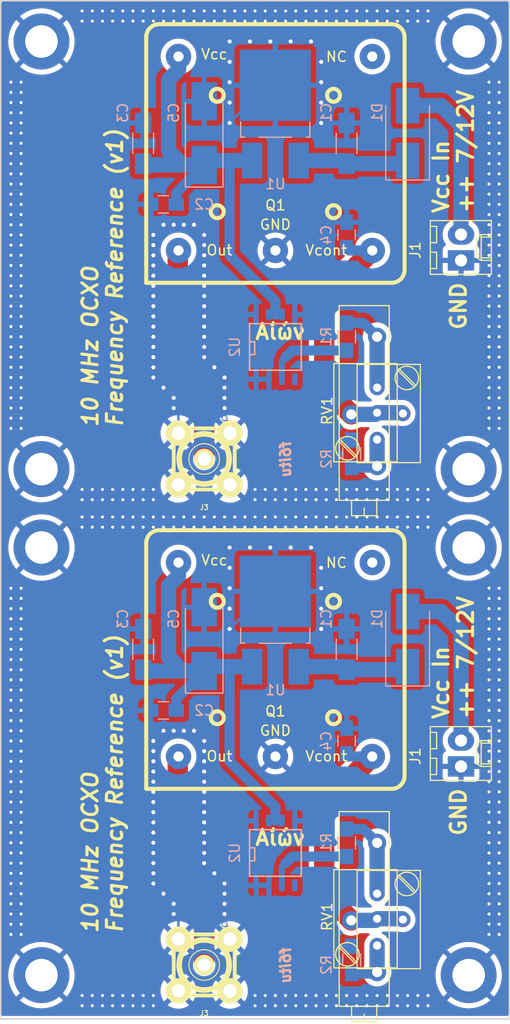
<source format=kicad_pcb>
(kicad_pcb (version 20221018) (generator pcbnew)
  (layers (0 "F.Cu" signal) (31 "B.Cu" signal) (34 "B.Paste" user) (35 "F.Paste" user) (36 "B.SilkS" user "B.Silkscreen") (37 "F.SilkS" user "F.Silkscreen") (38 "B.Mask" user) (39 "F.Mask" user) (44 "Edge.Cuts" user))
  (net 0 "")
  (net 1 "+12V")
  (net 2 "GND")
  (net 3 "Net-(C2-Pad1)")
  (net 4 "Net-(C4-Pad1)")
  (net 5 "Net-(D1-Pad2)")
  (net 6 "Net-(J3-Pad1)")
  (net 7 "Net-(R1-Pad1)")
  (net 8 "Net-(R1-Pad2)")
  (net 9 "Net-(R2-Pad1)")
  (footprint "Connectors_Molex:Molex_KK-6410-02_02x2.54mm_Straight" (layer "F.Cu") (at 125.25 70.5 90)
    (fp_text reference "J1")
    (fp_text value "Conn_01x02" hide)
  )
  (footprint "MountingHole:MountingHole_3.2mm_M3_ISO14580_Pad" (layer "F.Cu") (at 126 49)
    (fp_text reference "J2" hide)
    (fp_text value "Conn_01x01" hide)
  )
  (footprint "SMA_PINS:SMA_PINS" (layer "F.Cu") (at 100 90)
    (fp_text reference "J3")
    (fp_text value "Conn_Coaxial" hide)
  )
  (footprint "MountingHole:MountingHole_3.2mm_M3_ISO14580_Pad" (layer "F.Cu") (at 126 91)
    (fp_text reference "J5" hide)
    (fp_text value "Conn_01x01" hide)
  )
  (footprint "MountingHole:MountingHole_3.2mm_M3_ISO14580_Pad" (layer "F.Cu") (at 84 91)
    (fp_text reference "J6" hide)
    (fp_text value "Conn_01x01" hide)
  )
  (footprint "ENE3311:ENE3311" (layer "F.Cu") (at 107 60)
    (fp_text reference "Q1")
    (fp_text value "ENE3311 OCXO")
  )
  (footprint "Potentiometers:Potentiometer_Trimmer_Vishay_43" (layer "F.Cu") (at 117 78 90)
    (fp_text reference "RV1")
    (fp_text value "5k")
  )
  (footprint "Potentiometers:Potentiometer_Trimmer_Bourns_3299Y" (layer "F.Cu") (at 117 83 90)
    (fp_text reference "RV2" hide)
    (fp_text value "5k")
  )
  (footprint "Potentiometers:Potentiometer_Trimmer_Bourns_3299W" (layer "F.Cu") (at 117 88 -90)
    (fp_text reference "RV3" hide)
    (fp_text value "5k")
  )
  (footprint "via:via" (layer "F.Cu") (at 81 53)
    (fp_text reference "REF**" hide)
    (fp_text value "via" hide)
  )
  (footprint "via:via" (layer "F.Cu") (at 82 53)
    (fp_text reference "REF**" hide)
    (fp_text value "via" hide)
  )
  (footprint "via:via" (layer "F.Cu") (at 81 54)
    (fp_text reference "REF**" hide)
    (fp_text value "via" hide)
  )
  (footprint "via:via" (layer "F.Cu") (at 82 54)
    (fp_text reference "REF**" hide)
    (fp_text value "via" hide)
  )
  (footprint "via:via" (layer "F.Cu") (at 81 55)
    (fp_text reference "REF**" hide)
    (fp_text value "via" hide)
  )
  (footprint "via:via" (layer "F.Cu") (at 82 55)
    (fp_text reference "REF**" hide)
    (fp_text value "via" hide)
  )
  (footprint "via:via" (layer "F.Cu") (at 81 56)
    (fp_text reference "REF**" hide)
    (fp_text value "via" hide)
  )
  (footprint "via:via" (layer "F.Cu") (at 82 56)
    (fp_text reference "REF**" hide)
    (fp_text value "via" hide)
  )
  (footprint "via:via" (layer "F.Cu") (at 81 57)
    (fp_text reference "REF**" hide)
    (fp_text value "via" hide)
  )
  (footprint "via:via" (layer "F.Cu") (at 82 57)
    (fp_text reference "REF**" hide)
    (fp_text value "via" hide)
  )
  (footprint "via:via" (layer "F.Cu") (at 81 58)
    (fp_text reference "REF**" hide)
    (fp_text value "via" hide)
  )
  (footprint "via:via" (layer "F.Cu") (at 82 58)
    (fp_text reference "REF**" hide)
    (fp_text value "via" hide)
  )
  (footprint "via:via" (layer "F.Cu") (at 81 59)
    (fp_text reference "REF**" hide)
    (fp_text value "via" hide)
  )
  (footprint "via:via" (layer "F.Cu") (at 82 59)
    (fp_text reference "REF**" hide)
    (fp_text value "via" hide)
  )
  (footprint "via:via" (layer "F.Cu") (at 81 60)
    (fp_text reference "REF**" hide)
    (fp_text value "via" hide)
  )
  (footprint "via:via" (layer "F.Cu") (at 82 60)
    (fp_text reference "REF**" hide)
    (fp_text value "via" hide)
  )
  (footprint "via:via" (layer "F.Cu") (at 81 61)
    (fp_text reference "REF**" hide)
    (fp_text value "via" hide)
  )
  (footprint "via:via" (layer "F.Cu") (at 82 61)
    (fp_text reference "REF**" hide)
    (fp_text value "via" hide)
  )
  (footprint "via:via" (layer "F.Cu") (at 81 62)
    (fp_text reference "REF**" hide)
    (fp_text value "via" hide)
  )
  (footprint "via:via" (layer "F.Cu") (at 82 62)
    (fp_text reference "REF**" hide)
    (fp_text value "via" hide)
  )
  (footprint "via:via" (layer "F.Cu") (at 81 63)
    (fp_text reference "REF**" hide)
    (fp_text value "via" hide)
  )
  (footprint "via:via" (layer "F.Cu") (at 82 63)
    (fp_text reference "REF**" hide)
    (fp_text value "via" hide)
  )
  (footprint "via:via" (layer "F.Cu") (at 81 64)
    (fp_text reference "REF**" hide)
    (fp_text value "via" hide)
  )
  (footprint "via:via" (layer "F.Cu") (at 82 64)
    (fp_text reference "REF**" hide)
    (fp_text value "via" hide)
  )
  (footprint "via:via" (layer "F.Cu") (at 81 65)
    (fp_text reference "REF**" hide)
    (fp_text value "via" hide)
  )
  (footprint "via:via" (layer "F.Cu") (at 82 65)
    (fp_text reference "REF**" hide)
    (fp_text value "via" hide)
  )
  (footprint "via:via" (layer "F.Cu") (at 81 66)
    (fp_text reference "REF**" hide)
    (fp_text value "via" hide)
  )
  (footprint "via:via" (layer "F.Cu") (at 82 66)
    (fp_text reference "REF**" hide)
    (fp_text value "via" hide)
  )
  (footprint "via:via" (layer "F.Cu") (at 81 67)
    (fp_text reference "REF**" hide)
    (fp_text value "via" hide)
  )
  (footprint "via:via" (layer "F.Cu") (at 82 67)
    (fp_text reference "REF**" hide)
    (fp_text value "via" hide)
  )
  (footprint "via:via" (layer "F.Cu") (at 81 68)
    (fp_text reference "REF**" hide)
    (fp_text value "via" hide)
  )
  (footprint "via:via" (layer "F.Cu") (at 82 68)
    (fp_text reference "REF**" hide)
    (fp_text value "via" hide)
  )
  (footprint "via:via" (layer "F.Cu") (at 81 69)
    (fp_text reference "REF**" hide)
    (fp_text value "via" hide)
  )
  (footprint "via:via" (layer "F.Cu") (at 82 69)
    (fp_text reference "REF**" hide)
    (fp_text value "via" hide)
  )
  (footprint "via:via" (layer "F.Cu") (at 81 70)
    (fp_text reference "REF**" hide)
    (fp_text value "via" hide)
  )
  (footprint "via:via" (layer "F.Cu") (at 82 70)
    (fp_text reference "REF**" hide)
    (fp_text value "via" hide)
  )
  (footprint "via:via" (layer "F.Cu") (at 81 71)
    (fp_text reference "REF**" hide)
    (fp_text value "via" hide)
  )
  (footprint "via:via" (layer "F.Cu") (at 82 71)
    (fp_text reference "REF**" hide)
    (fp_text value "via" hide)
  )
  (footprint "via:via" (layer "F.Cu") (at 81 72)
    (fp_text reference "REF**" hide)
    (fp_text value "via" hide)
  )
  (footprint "via:via" (layer "F.Cu") (at 82 72)
    (fp_text reference "REF**" hide)
    (fp_text value "via" hide)
  )
  (footprint "via:via" (layer "F.Cu") (at 81 73)
    (fp_text reference "REF**" hide)
    (fp_text value "via" hide)
  )
  (footprint "via:via" (layer "F.Cu") (at 82 73)
    (fp_text reference "REF**" hide)
    (fp_text value "via" hide)
  )
  (footprint "via:via" (layer "F.Cu") (at 81 74)
    (fp_text reference "REF**" hide)
    (fp_text value "via" hide)
  )
  (footprint "via:via" (layer "F.Cu") (at 82 74)
    (fp_text reference "REF**" hide)
    (fp_text value "via" hide)
  )
  (footprint "via:via" (layer "F.Cu") (at 81 75)
    (fp_text reference "REF**" hide)
    (fp_text value "via" hide)
  )
  (footprint "via:via" (layer "F.Cu") (at 82 75)
    (fp_text reference "REF**" hide)
    (fp_text value "via" hide)
  )
  (footprint "via:via" (layer "F.Cu") (at 81 76)
    (fp_text reference "REF**" hide)
    (fp_text value "via" hide)
  )
  (footprint "via:via" (layer "F.Cu") (at 82 76)
    (fp_text reference "REF**" hide)
    (fp_text value "via" hide)
  )
  (footprint "via:via" (layer "F.Cu") (at 81 77)
    (fp_text reference "REF**" hide)
    (fp_text value "via" hide)
  )
  (footprint "via:via" (layer "F.Cu") (at 82 77)
    (fp_text reference "REF**" hide)
    (fp_text value "via" hide)
  )
  (footprint "via:via" (layer "F.Cu") (at 81 78)
    (fp_text reference "REF**" hide)
    (fp_text value "via" hide)
  )
  (footprint "via:via" (layer "F.Cu") (at 82 78)
    (fp_text reference "REF**" hide)
    (fp_text value "via" hide)
  )
  (footprint "via:via" (layer "F.Cu") (at 81 79)
    (fp_text reference "REF**" hide)
    (fp_text value "via" hide)
  )
  (footprint "via:via" (layer "F.Cu") (at 82 79)
    (fp_text reference "REF**" hide)
    (fp_text value "via" hide)
  )
  (footprint "via:via" (layer "F.Cu") (at 81 80)
    (fp_text reference "REF**" hide)
    (fp_text value "via" hide)
  )
  (footprint "via:via" (layer "F.Cu") (at 82 80)
    (fp_text reference "REF**" hide)
    (fp_text value "via" hide)
  )
  (footprint "via:via" (layer "F.Cu") (at 81 81)
    (fp_text reference "REF**" hide)
    (fp_text value "via" hide)
  )
  (footprint "via:via" (layer "F.Cu") (at 82 81)
    (fp_text reference "REF**" hide)
    (fp_text value "via" hide)
  )
  (footprint "via:via" (layer "F.Cu") (at 81 82)
    (fp_text reference "REF**" hide)
    (fp_text value "via" hide)
  )
  (footprint "via:via" (layer "F.Cu") (at 82 82)
    (fp_text reference "REF**" hide)
    (fp_text value "via" hide)
  )
  (footprint "via:via" (layer "F.Cu") (at 81 83)
    (fp_text reference "REF**" hide)
    (fp_text value "via" hide)
  )
  (footprint "via:via" (layer "F.Cu") (at 82 83)
    (fp_text reference "REF**" hide)
    (fp_text value "via" hide)
  )
  (footprint "via:via" (layer "F.Cu") (at 81 84)
    (fp_text reference "REF**" hide)
    (fp_text value "via" hide)
  )
  (footprint "via:via" (layer "F.Cu") (at 82 84)
    (fp_text reference "REF**" hide)
    (fp_text value "via" hide)
  )
  (footprint "via:via" (layer "F.Cu") (at 81 85)
    (fp_text reference "REF**" hide)
    (fp_text value "via" hide)
  )
  (footprint "via:via" (layer "F.Cu") (at 82 85)
    (fp_text reference "REF**" hide)
    (fp_text value "via" hide)
  )
  (footprint "via:via" (layer "F.Cu") (at 81 86)
    (fp_text reference "REF**" hide)
    (fp_text value "via" hide)
  )
  (footprint "via:via" (layer "F.Cu") (at 82 86)
    (fp_text reference "REF**" hide)
    (fp_text value "via" hide)
  )
  (footprint "via:via" (layer "F.Cu") (at 81 87)
    (fp_text reference "REF**" hide)
    (fp_text value "via" hide)
  )
  (footprint "via:via" (layer "F.Cu") (at 82 87)
    (fp_text reference "REF**" hide)
    (fp_text value "via" hide)
  )
  (footprint "via:via" (layer "F.Cu") (at 88 93)
    (fp_text reference "REF**" hide)
    (fp_text value "via" hide)
  )
  (footprint "via:via" (layer "F.Cu") (at 89 93)
    (fp_text reference "REF**" hide)
    (fp_text value "via" hide)
  )
  (footprint "via:via" (layer "F.Cu") (at 90 93)
    (fp_text reference "REF**" hide)
    (fp_text value "via" hide)
  )
  (footprint "via:via" (layer "F.Cu") (at 91 93)
    (fp_text reference "REF**" hide)
    (fp_text value "via" hide)
  )
  (footprint "via:via" (layer "F.Cu") (at 92 93)
    (fp_text reference "REF**" hide)
    (fp_text value "via" hide)
  )
  (footprint "via:via" (layer "F.Cu") (at 93 93)
    (fp_text reference "REF**" hide)
    (fp_text value "via" hide)
  )
  (footprint "via:via" (layer "F.Cu") (at 94 93)
    (fp_text reference "REF**" hide)
    (fp_text value "via" hide)
  )
  (footprint "via:via" (layer "F.Cu") (at 95 93)
    (fp_text reference "REF**" hide)
    (fp_text value "via" hide)
  )
  (footprint "via:via" (layer "F.Cu") (at 88 94)
    (fp_text reference "REF**" hide)
    (fp_text value "via" hide)
  )
  (footprint "via:via" (layer "F.Cu") (at 89 94)
    (fp_text reference "REF**" hide)
    (fp_text value "via" hide)
  )
  (footprint "via:via" (layer "F.Cu") (at 90 94)
    (fp_text reference "REF**" hide)
    (fp_text value "via" hide)
  )
  (footprint "via:via" (layer "F.Cu") (at 91 94)
    (fp_text reference "REF**" hide)
    (fp_text value "via" hide)
  )
  (footprint "via:via" (layer "F.Cu") (at 92 94)
    (fp_text reference "REF**" hide)
    (fp_text value "via" hide)
  )
  (footprint "via:via" (layer "F.Cu") (at 93 94)
    (fp_text reference "REF**" hide)
    (fp_text value "via" hide)
  )
  (footprint "via:via" (layer "F.Cu") (at 94 94)
    (fp_text reference "REF**" hide)
    (fp_text value "via" hide)
  )
  (footprint "via:via" (layer "F.Cu") (at 95 94)
    (fp_text reference "REF**" hide)
    (fp_text value "via" hide)
  )
  (footprint "via:via" (layer "F.Cu") (at 128 74)
    (fp_text reference "REF**" hide)
    (fp_text value "via" hide)
  )
  (footprint "via:via" (layer "F.Cu") (at 128 75)
    (fp_text reference "REF**" hide)
    (fp_text value "via" hide)
  )
  (footprint "via:via" (layer "F.Cu") (at 128 76)
    (fp_text reference "REF**" hide)
    (fp_text value "via" hide)
  )
  (footprint "via:via" (layer "F.Cu") (at 128 77)
    (fp_text reference "REF**" hide)
    (fp_text value "via" hide)
  )
  (footprint "via:via" (layer "F.Cu") (at 128 78)
    (fp_text reference "REF**" hide)
    (fp_text value "via" hide)
  )
  (footprint "via:via" (layer "F.Cu") (at 128 79)
    (fp_text reference "REF**" hide)
    (fp_text value "via" hide)
  )
  (footprint "via:via" (layer "F.Cu") (at 128 80)
    (fp_text reference "REF**" hide)
    (fp_text value "via" hide)
  )
  (footprint "via:via" (layer "F.Cu") (at 128 81)
    (fp_text reference "REF**" hide)
    (fp_text value "via" hide)
  )
  (footprint "via:via" (layer "F.Cu") (at 128 82)
    (fp_text reference "REF**" hide)
    (fp_text value "via" hide)
  )
  (footprint "via:via" (layer "F.Cu") (at 128 83)
    (fp_text reference "REF**" hide)
    (fp_text value "via" hide)
  )
  (footprint "via:via" (layer "F.Cu") (at 128 84)
    (fp_text reference "REF**" hide)
    (fp_text value "via" hide)
  )
  (footprint "via:via" (layer "F.Cu") (at 128 85)
    (fp_text reference "REF**" hide)
    (fp_text value "via" hide)
  )
  (footprint "via:via" (layer "F.Cu") (at 128 86)
    (fp_text reference "REF**" hide)
    (fp_text value "via" hide)
  )
  (footprint "via:via" (layer "F.Cu") (at 128 87)
    (fp_text reference "REF**" hide)
    (fp_text value "via" hide)
  )
  (footprint "via:via" (layer "F.Cu") (at 88 46)
    (fp_text reference "REF**" hide)
    (fp_text value "via" hide)
  )
  (footprint "via:via" (layer "F.Cu") (at 89 46)
    (fp_text reference "REF**" hide)
    (fp_text value "via" hide)
  )
  (footprint "via:via" (layer "F.Cu") (at 90 46)
    (fp_text reference "REF**" hide)
    (fp_text value "via" hide)
  )
  (footprint "via:via" (layer "F.Cu") (at 91 46)
    (fp_text reference "REF**" hide)
    (fp_text value "via" hide)
  )
  (footprint "via:via" (layer "F.Cu") (at 92 46)
    (fp_text reference "REF**" hide)
    (fp_text value "via" hide)
  )
  (footprint "via:via" (layer "F.Cu") (at 93 46)
    (fp_text reference "REF**" hide)
    (fp_text value "via" hide)
  )
  (footprint "via:via" (layer "F.Cu") (at 94 46)
    (fp_text reference "REF**" hide)
    (fp_text value "via" hide)
  )
  (footprint "via:via" (layer "F.Cu") (at 95 46)
    (fp_text reference "REF**" hide)
    (fp_text value "via" hide)
  )
  (footprint "via:via" (layer "F.Cu") (at 96 46)
    (fp_text reference "REF**" hide)
    (fp_text value "via" hide)
  )
  (footprint "via:via" (layer "F.Cu") (at 97 46)
    (fp_text reference "REF**" hide)
    (fp_text value "via" hide)
  )
  (footprint "via:via" (layer "F.Cu") (at 98 46)
    (fp_text reference "REF**" hide)
    (fp_text value "via" hide)
  )
  (footprint "via:via" (layer "F.Cu") (at 99 46)
    (fp_text reference "REF**" hide)
    (fp_text value "via" hide)
  )
  (footprint "via:via" (layer "F.Cu") (at 100 46)
    (fp_text reference "REF**" hide)
    (fp_text value "via" hide)
  )
  (footprint "via:via" (layer "F.Cu") (at 101 46)
    (fp_text reference "REF**" hide)
    (fp_text value "via" hide)
  )
  (footprint "via:via" (layer "F.Cu") (at 102 46)
    (fp_text reference "REF**" hide)
    (fp_text value "via" hide)
  )
  (footprint "via:via" (layer "F.Cu") (at 103 46)
    (fp_text reference "REF**" hide)
    (fp_text value "via" hide)
  )
  (footprint "via:via" (layer "F.Cu") (at 104 46)
    (fp_text reference "REF**" hide)
    (fp_text value "via" hide)
  )
  (footprint "via:via" (layer "F.Cu") (at 105 46)
    (fp_text reference "REF**" hide)
    (fp_text value "via" hide)
  )
  (footprint "via:via" (layer "F.Cu") (at 106 46)
    (fp_text reference "REF**" hide)
    (fp_text value "via" hide)
  )
  (footprint "via:via" (layer "F.Cu") (at 107 46)
    (fp_text reference "REF**" hide)
    (fp_text value "via" hide)
  )
  (footprint "via:via" (layer "F.Cu") (at 108 46)
    (fp_text reference "REF**" hide)
    (fp_text value "via" hide)
  )
  (footprint "via:via" (layer "F.Cu") (at 109 46)
    (fp_text reference "REF**" hide)
    (fp_text value "via" hide)
  )
  (footprint "via:via" (layer "F.Cu") (at 110 46)
    (fp_text reference "REF**" hide)
    (fp_text value "via" hide)
  )
  (footprint "via:via" (layer "F.Cu") (at 111 46)
    (fp_text reference "REF**" hide)
    (fp_text value "via" hide)
  )
  (footprint "via:via" (layer "F.Cu") (at 112 46)
    (fp_text reference "REF**" hide)
    (fp_text value "via" hide)
  )
  (footprint "via:via" (layer "F.Cu") (at 113 46)
    (fp_text reference "REF**" hide)
    (fp_text value "via" hide)
  )
  (footprint "via:via" (layer "F.Cu") (at 114 46)
    (fp_text reference "REF**" hide)
    (fp_text value "via" hide)
  )
  (footprint "via:via" (layer "F.Cu") (at 115 46)
    (fp_text reference "REF**" hide)
    (fp_text value "via" hide)
  )
  (footprint "via:via" (layer "F.Cu") (at 116 46)
    (fp_text reference "REF**" hide)
    (fp_text value "via" hide)
  )
  (footprint "via:via" (layer "F.Cu") (at 117 46)
    (fp_text reference "REF**" hide)
    (fp_text value "via" hide)
  )
  (footprint "via:via" (layer "F.Cu") (at 118 46)
    (fp_text reference "REF**" hide)
    (fp_text value "via" hide)
  )
  (footprint "via:via" (layer "F.Cu") (at 119 46)
    (fp_text reference "REF**" hide)
    (fp_text value "via" hide)
  )
  (footprint "via:via" (layer "F.Cu") (at 120 46)
    (fp_text reference "REF**" hide)
    (fp_text value "via" hide)
  )
  (footprint "via:via" (layer "F.Cu") (at 121 46)
    (fp_text reference "REF**" hide)
    (fp_text value "via" hide)
  )
  (footprint "via:via" (layer "F.Cu") (at 122 46)
    (fp_text reference "REF**" hide)
    (fp_text value "via" hide)
  )
  (footprint "via:via" (layer "F.Cu") (at 88 47)
    (fp_text reference "REF**" hide)
    (fp_text value "via" hide)
  )
  (footprint "via:via" (layer "F.Cu") (at 89 47)
    (fp_text reference "REF**" hide)
    (fp_text value "via" hide)
  )
  (footprint "via:via" (layer "F.Cu") (at 90 47)
    (fp_text reference "REF**" hide)
    (fp_text value "via" hide)
  )
  (footprint "via:via" (layer "F.Cu") (at 91 47)
    (fp_text reference "REF**" hide)
    (fp_text value "via" hide)
  )
  (footprint "via:via" (layer "F.Cu") (at 92 47)
    (fp_text reference "REF**" hide)
    (fp_text value "via" hide)
  )
  (footprint "via:via" (layer "F.Cu") (at 93 47)
    (fp_text reference "REF**" hide)
    (fp_text value "via" hide)
  )
  (footprint "via:via" (layer "F.Cu") (at 94 47)
    (fp_text reference "REF**" hide)
    (fp_text value "via" hide)
  )
  (footprint "via:via" (layer "F.Cu") (at 95 47)
    (fp_text reference "REF**" hide)
    (fp_text value "via" hide)
  )
  (footprint "via:via" (layer "F.Cu") (at 96 47)
    (fp_text reference "REF**" hide)
    (fp_text value "via" hide)
  )
  (footprint "via:via" (layer "F.Cu") (at 97 47)
    (fp_text reference "REF**" hide)
    (fp_text value "via" hide)
  )
  (footprint "via:via" (layer "F.Cu") (at 98 47)
    (fp_text reference "REF**" hide)
    (fp_text value "via" hide)
  )
  (footprint "via:via" (layer "F.Cu") (at 99 47)
    (fp_text reference "REF**" hide)
    (fp_text value "via" hide)
  )
  (footprint "via:via" (layer "F.Cu") (at 100 47)
    (fp_text reference "REF**" hide)
    (fp_text value "via" hide)
  )
  (footprint "via:via" (layer "F.Cu") (at 101 47)
    (fp_text reference "REF**" hide)
    (fp_text value "via" hide)
  )
  (footprint "via:via" (layer "F.Cu") (at 102 47)
    (fp_text reference "REF**" hide)
    (fp_text value "via" hide)
  )
  (footprint "via:via" (layer "F.Cu") (at 103 47)
    (fp_text reference "REF**" hide)
    (fp_text value "via" hide)
  )
  (footprint "via:via" (layer "F.Cu") (at 104 47)
    (fp_text reference "REF**" hide)
    (fp_text value "via" hide)
  )
  (footprint "via:via" (layer "F.Cu") (at 105 47)
    (fp_text reference "REF**" hide)
    (fp_text value "via" hide)
  )
  (footprint "via:via" (layer "F.Cu") (at 106 47)
    (fp_text reference "REF**" hide)
    (fp_text value "via" hide)
  )
  (footprint "via:via" (layer "F.Cu") (at 107 47)
    (fp_text reference "REF**" hide)
    (fp_text value "via" hide)
  )
  (footprint "via:via" (layer "F.Cu") (at 108 47)
    (fp_text reference "REF**" hide)
    (fp_text value "via" hide)
  )
  (footprint "via:via" (layer "F.Cu") (at 109 47)
    (fp_text reference "REF**" hide)
    (fp_text value "via" hide)
  )
  (footprint "via:via" (layer "F.Cu") (at 110 47)
    (fp_text reference "REF**" hide)
    (fp_text value "via" hide)
  )
  (footprint "via:via" (layer "F.Cu") (at 111 47)
    (fp_text reference "REF**" hide)
    (fp_text value "via" hide)
  )
  (footprint "via:via" (layer "F.Cu") (at 112 47)
    (fp_text reference "REF**" hide)
    (fp_text value "via" hide)
  )
  (footprint "via:via" (layer "F.Cu") (at 113 47)
    (fp_text reference "REF**" hide)
    (fp_text value "via" hide)
  )
  (footprint "via:via" (layer "F.Cu") (at 114 47)
    (fp_text reference "REF**" hide)
    (fp_text value "via" hide)
  )
  (footprint "via:via" (layer "F.Cu") (at 115 47)
    (fp_text reference "REF**" hide)
    (fp_text value "via" hide)
  )
  (footprint "via:via" (layer "F.Cu") (at 116 47)
    (fp_text reference "REF**" hide)
    (fp_text value "via" hide)
  )
  (footprint "via:via" (layer "F.Cu") (at 117 47)
    (fp_text reference "REF**" hide)
    (fp_text value "via" hide)
  )
  (footprint "via:via" (layer "F.Cu") (at 118 47)
    (fp_text reference "REF**" hide)
    (fp_text value "via" hide)
  )
  (footprint "via:via" (layer "F.Cu") (at 119 47)
    (fp_text reference "REF**" hide)
    (fp_text value "via" hide)
  )
  (footprint "via:via" (layer "F.Cu") (at 120 47)
    (fp_text reference "REF**" hide)
    (fp_text value "via" hide)
  )
  (footprint "via:via" (layer "F.Cu") (at 121 47)
    (fp_text reference "REF**" hide)
    (fp_text value "via" hide)
  )
  (footprint "via:via" (layer "F.Cu") (at 122 47)
    (fp_text reference "REF**" hide)
    (fp_text value "via" hide)
  )
  (footprint "via:via" (layer "F.Cu") (at 128 53)
    (fp_text reference "REF**" hide)
    (fp_text value "via" hide)
  )
  (footprint "via:via" (layer "F.Cu") (at 129 53)
    (fp_text reference "REF**" hide)
    (fp_text value "via" hide)
  )
  (footprint "via:via" (layer "F.Cu") (at 128 54)
    (fp_text reference "REF**" hide)
    (fp_text value "via" hide)
  )
  (footprint "via:via" (layer "F.Cu") (at 129 54)
    (fp_text reference "REF**" hide)
    (fp_text value "via" hide)
  )
  (footprint "via:via" (layer "F.Cu") (at 128 55)
    (fp_text reference "REF**" hide)
    (fp_text value "via" hide)
  )
  (footprint "via:via" (layer "F.Cu") (at 129 55)
    (fp_text reference "REF**" hide)
    (fp_text value "via" hide)
  )
  (footprint "via:via" (layer "F.Cu") (at 128 56)
    (fp_text reference "REF**" hide)
    (fp_text value "via" hide)
  )
  (footprint "via:via" (layer "F.Cu") (at 129 56)
    (fp_text reference "REF**" hide)
    (fp_text value "via" hide)
  )
  (footprint "via:via" (layer "F.Cu") (at 128 57)
    (fp_text reference "REF**" hide)
    (fp_text value "via" hide)
  )
  (footprint "via:via" (layer "F.Cu") (at 129 57)
    (fp_text reference "REF**" hide)
    (fp_text value "via" hide)
  )
  (footprint "via:via" (layer "F.Cu") (at 128 58)
    (fp_text reference "REF**" hide)
    (fp_text value "via" hide)
  )
  (footprint "via:via" (layer "F.Cu") (at 129 58)
    (fp_text reference "REF**" hide)
    (fp_text value "via" hide)
  )
  (footprint "via:via" (layer "F.Cu") (at 128 59)
    (fp_text reference "REF**" hide)
    (fp_text value "via" hide)
  )
  (footprint "via:via" (layer "F.Cu") (at 129 59)
    (fp_text reference "REF**" hide)
    (fp_text value "via" hide)
  )
  (footprint "via:via" (layer "F.Cu") (at 128 60)
    (fp_text reference "REF**" hide)
    (fp_text value "via" hide)
  )
  (footprint "via:via" (layer "F.Cu") (at 129 60)
    (fp_text reference "REF**" hide)
    (fp_text value "via" hide)
  )
  (footprint "via:via" (layer "F.Cu") (at 128 61)
    (fp_text reference "REF**" hide)
    (fp_text value "via" hide)
  )
  (footprint "via:via" (layer "F.Cu") (at 129 61)
    (fp_text reference "REF**" hide)
    (fp_text value "via" hide)
  )
  (footprint "via:via" (layer "F.Cu") (at 128 62)
    (fp_text reference "REF**" hide)
    (fp_text value "via" hide)
  )
  (footprint "via:via" (layer "F.Cu") (at 129 62)
    (fp_text reference "REF**" hide)
    (fp_text value "via" hide)
  )
  (footprint "via:via" (layer "F.Cu") (at 128 63)
    (fp_text reference "REF**" hide)
    (fp_text value "via" hide)
  )
  (footprint "via:via" (layer "F.Cu") (at 129 63)
    (fp_text reference "REF**" hide)
    (fp_text value "via" hide)
  )
  (footprint "via:via" (layer "F.Cu") (at 128 64)
    (fp_text reference "REF**" hide)
    (fp_text value "via" hide)
  )
  (footprint "via:via" (layer "F.Cu") (at 129 64)
    (fp_text reference "REF**" hide)
    (fp_text value "via" hide)
  )
  (footprint "via:via" (layer "F.Cu") (at 128 65)
    (fp_text reference "REF**" hide)
    (fp_text value "via" hide)
  )
  (footprint "via:via" (layer "F.Cu") (at 129 65)
    (fp_text reference "REF**" hide)
    (fp_text value "via" hide)
  )
  (footprint "via:via" (layer "F.Cu") (at 128 66)
    (fp_text reference "REF**" hide)
    (fp_text value "via" hide)
  )
  (footprint "via:via" (layer "F.Cu") (at 129 66)
    (fp_text reference "REF**" hide)
    (fp_text value "via" hide)
  )
  (footprint "via:via" (layer "F.Cu") (at 128 67)
    (fp_text reference "REF**" hide)
    (fp_text value "via" hide)
  )
  (footprint "via:via" (layer "F.Cu") (at 129 67)
    (fp_text reference "REF**" hide)
    (fp_text value "via" hide)
  )
  (footprint "via:via" (layer "F.Cu") (at 128 68)
    (fp_text reference "REF**" hide)
    (fp_text value "via" hide)
  )
  (footprint "via:via" (layer "F.Cu") (at 129 68)
    (fp_text reference "REF**" hide)
    (fp_text value "via" hide)
  )
  (footprint "via:via" (layer "F.Cu") (at 128 69)
    (fp_text reference "REF**" hide)
    (fp_text value "via" hide)
  )
  (footprint "via:via" (layer "F.Cu") (at 129 69)
    (fp_text reference "REF**" hide)
    (fp_text value "via" hide)
  )
  (footprint "via:via" (layer "F.Cu") (at 128 70)
    (fp_text reference "REF**" hide)
    (fp_text value "via" hide)
  )
  (footprint "via:via" (layer "F.Cu") (at 129 70)
    (fp_text reference "REF**" hide)
    (fp_text value "via" hide)
  )
  (footprint "via:via" (layer "F.Cu") (at 128 71)
    (fp_text reference "REF**" hide)
    (fp_text value "via" hide)
  )
  (footprint "via:via" (layer "F.Cu") (at 129 71)
    (fp_text reference "REF**" hide)
    (fp_text value "via" hide)
  )
  (footprint "via:via" (layer "F.Cu") (at 128 72)
    (fp_text reference "REF**" hide)
    (fp_text value "via" hide)
  )
  (footprint "via:via" (layer "F.Cu") (at 129 72)
    (fp_text reference "REF**" hide)
    (fp_text value "via" hide)
  )
  (footprint "via:via" (layer "F.Cu") (at 128 73)
    (fp_text reference "REF**" hide)
    (fp_text value "via" hide)
  )
  (footprint "via:via" (layer "F.Cu") (at 129 73)
    (fp_text reference "REF**" hide)
    (fp_text value "via" hide)
  )
  (footprint "via:via" (layer "F.Cu") (at 128 74)
    (fp_text reference "REF**" hide)
    (fp_text value "via" hide)
  )
  (footprint "via:via" (layer "F.Cu") (at 129 74)
    (fp_text reference "REF**" hide)
    (fp_text value "via" hide)
  )
  (footprint "via:via" (layer "F.Cu") (at 128 75)
    (fp_text reference "REF**" hide)
    (fp_text value "via" hide)
  )
  (footprint "via:via" (layer "F.Cu") (at 129 75)
    (fp_text reference "REF**" hide)
    (fp_text value "via" hide)
  )
  (footprint "via:via" (layer "F.Cu") (at 128 76)
    (fp_text reference "REF**" hide)
    (fp_text value "via" hide)
  )
  (footprint "via:via" (layer "F.Cu") (at 129 76)
    (fp_text reference "REF**" hide)
    (fp_text value "via" hide)
  )
  (footprint "via:via" (layer "F.Cu") (at 128 77)
    (fp_text reference "REF**" hide)
    (fp_text value "via" hide)
  )
  (footprint "via:via" (layer "F.Cu") (at 129 77)
    (fp_text reference "REF**" hide)
    (fp_text value "via" hide)
  )
  (footprint "via:via" (layer "F.Cu") (at 128 78)
    (fp_text reference "REF**" hide)
    (fp_text value "via" hide)
  )
  (footprint "via:via" (layer "F.Cu") (at 129 78)
    (fp_text reference "REF**" hide)
    (fp_text value "via" hide)
  )
  (footprint "via:via" (layer "F.Cu") (at 128 79)
    (fp_text reference "REF**" hide)
    (fp_text value "via" hide)
  )
  (footprint "via:via" (layer "F.Cu") (at 129 79)
    (fp_text reference "REF**" hide)
    (fp_text value "via" hide)
  )
  (footprint "via:via" (layer "F.Cu") (at 128 80)
    (fp_text reference "REF**" hide)
    (fp_text value "via" hide)
  )
  (footprint "via:via" (layer "F.Cu") (at 129 80)
    (fp_text reference "REF**" hide)
    (fp_text value "via" hide)
  )
  (footprint "via:via" (layer "F.Cu") (at 128 81)
    (fp_text reference "REF**" hide)
    (fp_text value "via" hide)
  )
  (footprint "via:via" (layer "F.Cu") (at 129 81)
    (fp_text reference "REF**" hide)
    (fp_text value "via" hide)
  )
  (footprint "via:via" (layer "F.Cu") (at 128 82)
    (fp_text reference "REF**" hide)
    (fp_text value "via" hide)
  )
  (footprint "via:via" (layer "F.Cu") (at 129 82)
    (fp_text reference "REF**" hide)
    (fp_text value "via" hide)
  )
  (footprint "via:via" (layer "F.Cu") (at 128 83)
    (fp_text reference "REF**" hide)
    (fp_text value "via" hide)
  )
  (footprint "via:via" (layer "F.Cu") (at 129 83)
    (fp_text reference "REF**" hide)
    (fp_text value "via" hide)
  )
  (footprint "via:via" (layer "F.Cu") (at 128 84)
    (fp_text reference "REF**" hide)
    (fp_text value "via" hide)
  )
  (footprint "via:via" (layer "F.Cu") (at 129 84)
    (fp_text reference "REF**" hide)
    (fp_text value "via" hide)
  )
  (footprint "via:via" (layer "F.Cu") (at 128 85)
    (fp_text reference "REF**" hide)
    (fp_text value "via" hide)
  )
  (footprint "via:via" (layer "F.Cu") (at 129 85)
    (fp_text reference "REF**" hide)
    (fp_text value "via" hide)
  )
  (footprint "via:via" (layer "F.Cu") (at 128 86)
    (fp_text reference "REF**" hide)
    (fp_text value "via" hide)
  )
  (footprint "via:via" (layer "F.Cu") (at 129 86)
    (fp_text reference "REF**" hide)
    (fp_text value "via" hide)
  )
  (footprint "via:via" (layer "F.Cu") (at 128 87)
    (fp_text reference "REF**" hide)
    (fp_text value "via" hide)
  )
  (footprint "via:via" (layer "F.Cu") (at 129 87)
    (fp_text reference "REF**" hide)
    (fp_text value "via" hide)
  )
  (footprint "via:via" (layer "F.Cu") (at 107 93)
    (fp_text reference "REF**" hide)
    (fp_text value "via" hide)
  )
  (footprint "via:via" (layer "F.Cu") (at 105 93)
    (fp_text reference "REF**" hide)
    (fp_text value "via" hide)
  )
  (footprint "via:via" (layer "F.Cu") (at 108 94)
    (fp_text reference "REF**" hide)
    (fp_text value "via" hide)
  )
  (footprint "via:via" (layer "F.Cu") (at 105 94)
    (fp_text reference "REF**" hide)
    (fp_text value "via" hide)
  )
  (footprint "via:via" (layer "F.Cu") (at 110 93)
    (fp_text reference "REF**" hide)
    (fp_text value "via" hide)
  )
  (footprint "via:via" (layer "F.Cu") (at 109 94)
    (fp_text reference "REF**" hide)
    (fp_text value "via" hide)
  )
  (footprint "via:via" (layer "F.Cu") (at 110 94)
    (fp_text reference "REF**" hide)
    (fp_text value "via" hide)
  )
  (footprint "via:via" (layer "F.Cu") (at 106 93)
    (fp_text reference "REF**" hide)
    (fp_text value "via" hide)
  )
  (footprint "via:via" (layer "F.Cu") (at 108 93)
    (fp_text reference "REF**" hide)
    (fp_text value "via" hide)
  )
  (footprint "via:via" (layer "F.Cu") (at 107 94)
    (fp_text reference "REF**" hide)
    (fp_text value "via" hide)
  )
  (footprint "via:via" (layer "F.Cu") (at 111 94)
    (fp_text reference "REF**" hide)
    (fp_text value "via" hide)
  )
  (footprint "via:via" (layer "F.Cu") (at 109 93)
    (fp_text reference "REF**" hide)
    (fp_text value "via" hide)
  )
  (footprint "via:via" (layer "F.Cu") (at 111 93)
    (fp_text reference "REF**" hide)
    (fp_text value "via" hide)
  )
  (footprint "via:via" (layer "F.Cu") (at 106 94)
    (fp_text reference "REF**" hide)
    (fp_text value "via" hide)
  )
  (footprint "MountingHole:MountingHole_3.2mm_M3_ISO14580_Pad" (layer "F.Cu") (at 84 49)
    (fp_text reference "J2" hide)
    (fp_text value "Conn_01x01" hide)
  )
  (footprint "via:via" (layer "F.Cu") (at 112 93)
    (fp_text reference "REF**" hide)
    (fp_text value "via" hide)
  )
  (footprint "via:via" (layer "F.Cu") (at 113 93)
    (fp_text reference "REF**" hide)
    (fp_text value "via" hide)
  )
  (footprint "via:via" (layer "F.Cu") (at 114 93)
    (fp_text reference "REF**" hide)
    (fp_text value "via" hide)
  )
  (footprint "via:via" (layer "F.Cu") (at 115 93)
    (fp_text reference "REF**" hide)
    (fp_text value "via" hide)
  )
  (footprint "via:via" (layer "F.Cu") (at 116 93)
    (fp_text reference "REF**" hide)
    (fp_text value "via" hide)
  )
  (footprint "via:via" (layer "F.Cu") (at 117 93)
    (fp_text reference "REF**" hide)
    (fp_text value "via" hide)
  )
  (footprint "via:via" (layer "F.Cu") (at 118 93)
    (fp_text reference "REF**" hide)
    (fp_text value "via" hide)
  )
  (footprint "via:via" (layer "F.Cu") (at 119 93)
    (fp_text reference "REF**" hide)
    (fp_text value "via" hide)
  )
  (footprint "via:via" (layer "F.Cu") (at 120 93)
    (fp_text reference "REF**" hide)
    (fp_text value "via" hide)
  )
  (footprint "via:via" (layer "F.Cu") (at 121 93)
    (fp_text reference "REF**" hide)
    (fp_text value "via" hide)
  )
  (footprint "via:via" (layer "F.Cu") (at 122 93)
    (fp_text reference "REF**" hide)
    (fp_text value "via" hide)
  )
  (footprint "via:via" (layer "F.Cu") (at 111 94)
    (fp_text reference "REF**" hide)
    (fp_text value "via" hide)
  )
  (footprint "via:via" (layer "F.Cu") (at 112 94)
    (fp_text reference "REF**" hide)
    (fp_text value "via" hide)
  )
  (footprint "via:via" (layer "F.Cu") (at 113 94)
    (fp_text reference "REF**" hide)
    (fp_text value "via" hide)
  )
  (footprint "via:via" (layer "F.Cu") (at 114 94)
    (fp_text reference "REF**" hide)
    (fp_text value "via" hide)
  )
  (footprint "via:via" (layer "F.Cu") (at 115 94)
    (fp_text reference "REF**" hide)
    (fp_text value "via" hide)
  )
  (footprint "via:via" (layer "F.Cu") (at 116 94)
    (fp_text reference "REF**" hide)
    (fp_text value "via" hide)
  )
  (footprint "via:via" (layer "F.Cu") (at 117 94)
    (fp_text reference "REF**" hide)
    (fp_text value "via" hide)
  )
  (footprint "via:via" (layer "F.Cu") (at 118 94)
    (fp_text reference "REF**" hide)
    (fp_text value "via" hide)
  )
  (footprint "via:via" (layer "F.Cu") (at 119 94)
    (fp_text reference "REF**" hide)
    (fp_text value "via" hide)
  )
  (footprint "via:via" (layer "F.Cu") (at 120 94)
    (fp_text reference "REF**" hide)
    (fp_text value "via" hide)
  )
  (footprint "via:via" (layer "F.Cu") (at 121 94)
    (fp_text reference "REF**" hide)
    (fp_text value "via" hide)
  )
  (footprint "via:via" (layer "F.Cu") (at 122 94)
    (fp_text reference "REF**" hide)
    (fp_text value "via" hide)
  )
  (footprint "via:via" (layer "F.Cu") (at 82 127.7)
    (fp_text reference "REF**" hide)
    (fp_text value "via" hide)
  )
  (footprint "via:via" (layer "F.Cu") (at 104 96.7)
    (fp_text reference "REF**" hide)
    (fp_text value "via" hide)
  )
  (footprint "via:via" (layer "F.Cu") (at 106 143.7)
    (fp_text reference "REF**" hide)
    (fp_text value "via" hide)
  )
  (footprint "via:via" (layer "F.Cu") (at 81 127.7)
    (fp_text reference "REF**" hide)
    (fp_text value "via" hide)
  )
  (footprint "via:via" (layer "F.Cu") (at 129 122.7)
    (fp_text reference "REF**" hide)
    (fp_text value "via" hide)
  )
  (footprint "via:via" (layer "F.Cu") (at 118 95.7)
    (fp_text reference "REF**" hide)
    (fp_text value "via" hide)
  )
  (footprint "via:via" (layer "F.Cu") (at 128 125.7)
    (fp_text reference "REF**" hide)
    (fp_text value "via" hide)
  )
  (footprint "via:via" (layer "F.Cu") (at 129 128.7)
    (fp_text reference "REF**" hide)
    (fp_text value "via" hide)
  )
  (footprint "via:via" (layer "F.Cu") (at 81 107.7)
    (fp_text reference "REF**" hide)
    (fp_text value "via" hide)
  )
  (footprint "via:via" (layer "F.Cu") (at 82 106.7)
    (fp_text reference "REF**" hide)
    (fp_text value "via" hide)
  )
  (footprint "via:via" (layer "F.Cu") (at 128 128.7)
    (fp_text reference "REF**" hide)
    (fp_text value "via" hide)
  )
  (footprint "via:via" (layer "F.Cu") (at 111 142.7)
    (fp_text reference "REF**" hide)
    (fp_text value "via" hide)
  )
  (footprint "via:via" (layer "F.Cu") (at 128 102.7)
    (fp_text reference "REF**" hide)
    (fp_text value "via" hide)
  )
  (footprint "via:via" (layer "F.Cu") (at 81 133.7)
    (fp_text reference "REF**" hide)
    (fp_text value "via" hide)
  )
  (footprint "via:via" (layer "F.Cu") (at 81 118.7)
    (fp_text reference "REF**" hide)
    (fp_text value "via" hide)
  )
  (footprint "via:via" (layer "F.Cu") (at 112 143.7)
    (fp_text reference "REF**" hide)
    (fp_text value "via" hide)
  )
  (footprint "via:via" (layer "F.Cu") (at 94 143.7)
    (fp_text reference "REF**" hide)
    (fp_text value "via" hide)
  )
  (footprint "via:via" (layer "F.Cu") (at 82 115.7)
    (fp_text reference "REF**" hide)
    (fp_text value "via" hide)
  )
  (footprint "via:via" (layer "F.Cu") (at 129 136.7)
    (fp_text reference "REF**" hide)
    (fp_text value "via" hide)
  )
  (footprint "Potentiometers:Potentiometer_Trimmer_Bourns_3299W" (layer "F.Cu") (at 117 137.7 -90)
    (fp_text reference "RV3" hide)
    (fp_text value "5k")
  )
  (footprint "via:via" (layer "F.Cu") (at 81 132.7)
    (fp_text reference "REF**" hide)
    (fp_text value "via" hide)
  )
  (footprint "via:via" (layer "F.Cu") (at 128 133.7)
    (fp_text reference "REF**" hide)
    (fp_text value "via" hide)
  )
  (footprint "via:via" (layer "F.Cu") (at 128 112.7)
    (fp_text reference "REF**" hide)
    (fp_text value "via" hide)
  )
  (footprint "via:via" (layer "F.Cu") (at 89 143.7)
    (fp_text reference "REF**" hide)
    (fp_text value "via" hide)
  )
  (footprint "via:via" (layer "F.Cu") (at 128 114.7)
    (fp_text reference "REF**" hide)
    (fp_text value "via" hide)
  )
  (footprint "via:via" (layer "F.Cu") (at 128 110.7)
    (fp_text reference "REF**" hide)
    (fp_text value "via" hide)
  )
  (footprint "via:via" (layer "F.Cu") (at 82 112.7)
    (fp_text reference "REF**" hide)
    (fp_text value "via" hide)
  )
  (footprint "via:via" (layer "F.Cu") (at 118 96.7)
    (fp_text reference "REF**" hide)
    (fp_text value "via" hide)
  )
  (footprint "via:via" (layer "F.Cu") (at 94 142.7)
    (fp_text reference "REF**" hide)
    (fp_text value "via" hide)
  )
  (footprint "via:via" (layer "F.Cu") (at 128 130.7)
    (fp_text reference "REF**" hide)
    (fp_text value "via" hide)
  )
  (footprint "via:via" (layer "F.Cu") (at 90 143.7)
    (fp_text reference "REF**" hide)
    (fp_text value "via" hide)
  )
  (footprint "via:via" (layer "F.Cu") (at 82 128.7)
    (fp_text reference "REF**" hide)
    (fp_text value "via" hide)
  )
  (footprint "via:via" (layer "F.Cu") (at 88 95.7)
    (fp_text reference "REF**" hide)
    (fp_text value "via" hide)
  )
  (footprint "via:via" (layer "F.Cu") (at 120 95.7)
    (fp_text reference "REF**" hide)
    (fp_text value "via" hide)
  )
  (footprint "via:via" (layer "F.Cu") (at 97 95.7)
    (fp_text reference "REF**" hide)
    (fp_text value "via" hide)
  )
  (footprint "via:via" (layer "F.Cu") (at 92 142.7)
    (fp_text reference "REF**" hide)
    (fp_text value "via" hide)
  )
  (footprint "via:via" (layer "F.Cu") (at 82 130.7)
    (fp_text reference "REF**" hide)
    (fp_text value "via" hide)
  )
  (footprint "via:via" (layer "F.Cu") (at 101 95.7)
    (fp_text reference "REF**" hide)
    (fp_text value "via" hide)
  )
  (footprint "via:via" (layer "F.Cu") (at 129 109.7)
    (fp_text reference "REF**" hide)
    (fp_text value "via" hide)
  )
  (footprint "via:via" (layer "F.Cu") (at 82 110.7)
    (fp_text reference "REF**" hide)
    (fp_text value "via" hide)
  )
  (footprint "via:via" (layer "F.Cu") (at 81 109.7)
    (fp_text reference "REF**" hide)
    (fp_text value "via" hide)
  )
  (footprint "via:via" (layer "F.Cu") (at 115 143.7)
    (fp_text reference "REF**" hide)
    (fp_text value "via" hide)
  )
  (footprint "via:via" (layer "F.Cu") (at 82 109.7)
    (fp_text reference "REF**" hide)
    (fp_text value "via" hide)
  )
  (footprint "via:via" (layer "F.Cu") (at 129 106.7)
    (fp_text reference "REF**" hide)
    (fp_text value "via" hide)
  )
  (footprint "via:via" (layer "F.Cu") (at 81 111.7)
    (fp_text reference "REF**" hide)
    (fp_text value "via" hide)
  )
  (footprint "via:via" (layer "F.Cu") (at 82 123.7)
    (fp_text reference "REF**" hide)
    (fp_text value "via" hide)
  )
  (footprint "via:via" (layer "F.Cu") (at 108 143.7)
    (fp_text reference "REF**" hide)
    (fp_text value "via" hide)
  )
  (footprint "via:via" (layer "F.Cu") (at 128 131.7)
    (fp_text reference "REF**" hide)
    (fp_text value "via" hide)
  )
  (footprint "via:via" (layer "F.Cu") (at 99 96.7)
    (fp_text reference "REF**" hide)
    (fp_text value "via" hide)
  )
  (footprint "via:via" (layer "F.Cu") (at 122 95.7)
    (fp_text reference "REF**" hide)
    (fp_text value "via" hide)
  )
  (footprint "SMA_PINS:SMA_PINS" (layer "F.Cu") (at 100 139.7)
    (fp_text reference "J3")
    (fp_text value "Conn_Coaxial" hide)
  )
  (footprint "via:via" (layer "F.Cu") (at 129 135.7)
    (fp_text reference "REF**" hide)
    (fp_text value "via" hide)
  )
  (footprint "via:via" (layer "F.Cu") (at 82 134.7)
    (fp_text reference "REF**" hide)
    (fp_text value "via" hide)
  )
  (footprint "via:via" (layer "F.Cu") (at 129 126.7)
    (fp_text reference "REF**" hide)
    (fp_text value "via" hide)
  )
  (footprint "via:via" (layer "F.Cu") (at 90 142.7)
    (fp_text reference "REF**" hide)
    (fp_text value "via" hide)
  )
  (footprint "via:via" (layer "F.Cu") (at 82 119.7)
    (fp_text reference "REF**" hide)
    (fp_text value "via" hide)
  )
  (footprint "via:via" (layer "F.Cu") (at 81 116.7)
    (fp_text reference "REF**" hide)
    (fp_text value "via" hide)
  )
  (footprint "via:via" (layer "F.Cu") (at 81 123.7)
    (fp_text reference "REF**" hide)
    (fp_text value "via" hide)
  )
  (footprint "via:via" (layer "F.Cu") (at 128 134.7)
    (fp_text reference "REF**" hide)
    (fp_text value "via" hide)
  )
  (footprint "via:via" (layer "F.Cu") (at 81 117.7)
    (fp_text reference "REF**" hide)
    (fp_text value "via" hide)
  )
  (footprint "via:via" (layer "F.Cu") (at 81 120.7)
    (fp_text reference "REF**" hide)
    (fp_text value "via" hide)
  )
  (footprint "via:via" (layer "F.Cu") (at 98 95.7)
    (fp_text reference "REF**" hide)
    (fp_text value "via" hide)
  )
  (footprint "via:via" (layer "F.Cu") (at 129 121.7)
    (fp_text reference "REF**" hide)
    (fp_text value "via" hide)
  )
  (footprint "via:via" (layer "F.Cu") (at 96 95.7)
    (fp_text reference "REF**" hide)
    (fp_text value "via" hide)
  )
  (footprint "via:via" (layer "F.Cu") (at 106 95.7)
    (fp_text reference "REF**" hide)
    (fp_text value "via" hide)
  )
  (footprint "via:via" (layer "F.Cu") (at 119 142.7)
    (fp_text reference "REF**" hide)
    (fp_text value "via" hide)
  )
  (footprint "via:via" (layer "F.Cu") (at 109 143.7)
    (fp_text reference "REF**" hide)
    (fp_text value "via" hide)
  )
  (footprint "via:via" (layer "F.Cu") (at 96 96.7)
    (fp_text reference "REF**" hide)
    (fp_text value "via" hide)
  )
  (footprint "via:via" (layer "F.Cu") (at 128 129.7)
    (fp_text reference "REF**" hide)
    (fp_text value "via" hide)
  )
  (footprint "via:via" (layer "F.Cu") (at 95 143.7)
    (fp_text reference "REF**" hide)
    (fp_text value "via" hide)
  )
  (footprint "via:via" (layer "F.Cu") (at 119 95.7)
    (fp_text reference "REF**" hide)
    (fp_text value "via" hide)
  )
  (footprint "via:via" (layer "F.Cu") (at 92 95.7)
    (fp_text reference "REF**" hide)
    (fp_text value "via" hide)
  )
  (footprint "via:via" (layer "F.Cu") (at 129 118.7)
    (fp_text reference "REF**" hide)
    (fp_text value "via" hide)
  )
  (footprint "via:via" (layer "F.Cu") (at 111 143.7)
    (fp_text reference "REF**" hide)
    (fp_text value "via" hide)
  )
  (footprint "via:via" (layer "F.Cu") (at 81 114.7)
    (fp_text reference "REF**" hide)
    (fp_text value "via" hide)
  )
  (footprint "via:via" (layer "F.Cu") (at 129 125.7)
    (fp_text reference "REF**" hide)
    (fp_text value "via" hide)
  )
  (footprint "via:via" (layer "F.Cu") (at 114 142.7)
    (fp_text reference "REF**" hide)
    (fp_text value "via" hide)
  )
  (footprint "Potentiometers:Potentiometer_Trimmer_Vishay_43" (layer "F.Cu") (at 117 127.7 90)
    (fp_text reference "RV1")
    (fp_text value "5k")
  )
  (footprint "via:via" (layer "F.Cu") (at 128 129.7)
    (fp_text reference "REF**" hide)
    (fp_text value "via" hide)
  )
  (footprint "via:via" (layer "F.Cu") (at 108 142.7)
    (fp_text reference "REF**" hide)
    (fp_text value "via" hide)
  )
  (footprint "via:via" (layer "F.Cu") (at 128 108.7)
    (fp_text reference "REF**" hide)
    (fp_text value "via" hide)
  )
  (footprint "via:via" (layer "F.Cu") (at 128 107.7)
    (fp_text reference "REF**" hide)
    (fp_text value "via" hide)
  )
  (footprint "via:via" (layer "F.Cu") (at 120 143.7)
    (fp_text reference "REF**" hide)
    (fp_text value "via" hide)
  )
  (footprint "via:via" (layer "F.Cu") (at 128 133.7)
    (fp_text reference "REF**" hide)
    (fp_text value "via" hide)
  )
  (footprint "via:via" (layer "F.Cu") (at 93 95.7)
    (fp_text reference "REF**" hide)
    (fp_text value "via" hide)
  )
  (footprint "via:via" (layer "F.Cu") (at 82 105.7)
    (fp_text reference "REF**" hide)
    (fp_text value "via" hide)
  )
  (footprint "via:via" (layer "F.Cu") (at 114 95.7)
    (fp_text reference "REF**" hide)
    (fp_text value "via" hide)
  )
  (footprint "via:via" (layer "F.Cu") (at 81 130.7)
    (fp_text reference "REF**" hide)
    (fp_text value "via" hide)
  )
  (footprint "via:via" (layer "F.Cu") (at 81 104.7)
    (fp_text reference "REF**" hide)
    (fp_text value "via" hide)
  )
  (footprint "via:via" (layer "F.Cu") (at 129 129.7)
    (fp_text reference "REF**" hide)
    (fp_text value "via" hide)
  )
  (footprint "via:via" (layer "F.Cu") (at 82 113.7)
    (fp_text reference "REF**" hide)
    (fp_text value "via" hide)
  )
  (footprint "via:via" (layer "F.Cu") (at 128 136.7)
    (fp_text reference "REF**" hide)
    (fp_text value "via" hide)
  )
  (footprint "via:via" (layer "F.Cu") (at 109 142.7)
    (fp_text reference "REF**" hide)
    (fp_text value "via" hide)
  )
  (footprint "via:via" (layer "F.Cu") (at 81 125.7)
    (fp_text reference "REF**" hide)
    (fp_text value "via" hide)
  )
  (footprint "via:via" (layer "F.Cu") (at 116 95.7)
    (fp_text reference "REF**" hide)
    (fp_text value "via" hide)
  )
  (footprint "via:via" (layer "F.Cu") (at 129 111.7)
    (fp_text reference "REF**" hide)
    (fp_text value "via" hide)
  )
  (footprint "via:via" (layer "F.Cu") (at 106 96.7)
    (fp_text reference "REF**" hide)
    (fp_text value "via" hide)
  )
  (footprint "via:via" (layer "F.Cu") (at 128 131.7)
    (fp_text reference "REF**" hide)
    (fp_text value "via" hide)
  )
  (footprint "via:via" (layer "F.Cu") (at 128 118.7)
    (fp_text reference "REF**" hide)
    (fp_text value "via" hide)
  )
  (footprint "Connectors_Molex:Molex_KK-6410-02_02x2.54mm_Straight" (layer "F.Cu") (at 125.25 120.2 90)
    (fp_text reference "J1")
    (fp_text value "Conn_01x02" hide)
  )
  (footprint "via:via" (layer "F.Cu") (at 82 131.7)
    (fp_text reference "REF**" hide)
    (fp_text value "via" hide)
  )
  (footprint "via:via" (layer "F.Cu") (at 81 108.7)
    (fp_text reference "REF**" hide)
    (fp_text value "via" hide)
  )
  (footprint "via:via" (layer "F.Cu") (at 129 112.7)
    (fp_text reference "REF**" hide)
    (fp_text value "via" hide)
  )
  (footprint "via:via" (layer "F.Cu") (at 93 96.7)
    (fp_text reference "REF**" hide)
    (fp_text value "via" hide)
  )
  (footprint "via:via" (layer "F.Cu") (at 129 115.7)
    (fp_text reference "REF**" hide)
    (fp_text value "via" hide)
  )
  (footprint "via:via" (layer "F.Cu") (at 92 143.7)
    (fp_text reference "REF**" hide)
    (fp_text value "via" hide)
  )
  (footprint "via:via" (layer "F.Cu") (at 101 96.7)
    (fp_text reference "REF**" hide)
    (fp_text value "via" hide)
  )
  (footprint "via:via" (layer "F.Cu") (at 128 104.7)
    (fp_text reference "REF**" hide)
    (fp_text value "via" hide)
  )
  (footprint "via:via" (layer "F.Cu") (at 129 119.7)
    (fp_text reference "REF**" hide)
    (fp_text value "via" hide)
  )
  (footprint "via:via" (layer "F.Cu") (at 129 108.7)
    (fp_text reference "REF**" hide)
    (fp_text value "via" hide)
  )
  (footprint "via:via" (layer "F.Cu") (at 90 96.7)
    (fp_text reference "REF**" hide)
    (fp_text value "via" hide)
  )
  (footprint "via:via" (layer "F.Cu") (at 116 143.7)
    (fp_text reference "REF**" hide)
    (fp_text value "via" hide)
  )
  (footprint "via:via" (layer "F.Cu") (at 92 96.7)
    (fp_text reference "REF**" hide)
    (fp_text value "via" hide)
  )
  (footprint "via:via" (layer "F.Cu") (at 116 142.7)
    (fp_text reference "REF**" hide)
    (fp_text value "via" hide)
  )
  (footprint "via:via" (layer "F.Cu") (at 82 114.7)
    (fp_text reference "REF**" hide)
    (fp_text value "via" hide)
  )
  (footprint "via:via" (layer "F.Cu") (at 128 103.7)
    (fp_text reference "REF**" hide)
    (fp_text value "via" hide)
  )
  (footprint "via:via" (layer "F.Cu") (at 128 119.7)
    (fp_text reference "REF**" hide)
    (fp_text value "via" hide)
  )
  (footprint "via:via" (layer "F.Cu") (at 82 111.7)
    (fp_text reference "REF**" hide)
    (fp_text value "via" hide)
  )
  (footprint "via:via" (layer "F.Cu") (at 129 117.7)
    (fp_text reference "REF**" hide)
    (fp_text value "via" hide)
  )
  (footprint "via:via" (layer "F.Cu") (at 128 126.7)
    (fp_text reference "REF**" hide)
    (fp_text value "via" hide)
  )
  (footprint "via:via" (layer "F.Cu") (at 93 143.7)
    (fp_text reference "REF**" hide)
    (fp_text value "via" hide)
  )
  (footprint "via:via" (layer "F.Cu") (at 82 126.7)
    (fp_text reference "REF**" hide)
    (fp_text value "via" hide)
  )
  (footprint "via:via" (layer "F.Cu") (at 129 110.7)
    (fp_text reference "REF**" hide)
    (fp_text value "via" hide)
  )
  (footprint "via:via" (layer "F.Cu") (at 89 96.7)
    (fp_text reference "REF**" hide)
    (fp_text value "via" hide)
  )
  (footprint "via:via" (layer "F.Cu") (at 81 136.7)
    (fp_text reference "REF**" hide)
    (fp_text value "via" hide)
  )
  (footprint "via:via" (layer "F.Cu") (at 129 114.7)
    (fp_text reference "REF**" hide)
    (fp_text value "via" hide)
  )
  (footprint "via:via" (layer "F.Cu") (at 129 134.7)
    (fp_text reference "REF**" hide)
    (fp_text value "via" hide)
  )
  (footprint "via:via" (layer "F.Cu") (at 103 96.7)
    (fp_text reference "REF**" hide)
    (fp_text value "via" hide)
  )
  (footprint "via:via" (layer "F.Cu") (at 82 122.7)
    (fp_text reference "REF**" hide)
    (fp_text value "via" hide)
  )
  (footprint "via:via" (layer "F.Cu") (at 114 143.7)
    (fp_text reference "REF**" hide)
    (fp_text value "via" hide)
  )
  (footprint "via:via" (layer "F.Cu") (at 113 96.7)
    (fp_text reference "REF**" hide)
    (fp_text value "via" hide)
  )
  (footprint "via:via" (layer "F.Cu") (at 128 109.7)
    (fp_text reference "REF**" hide)
    (fp_text value "via" hide)
  )
  (footprint "via:via" (layer "F.Cu") (at 81 113.7)
    (fp_text reference "REF**" hide)
    (fp_text value "via" hide)
  )
  (footprint "via:via" (layer "F.Cu") (at 129 105.7)
    (fp_text reference "REF**" hide)
    (fp_text value "via" hide)
  )
  (footprint "via:via" (layer "F.Cu") (at 128 113.7)
    (fp_text reference "REF**" hide)
    (fp_text value "via" hide)
  )
  (footprint "via:via" (layer "F.Cu") (at 93 142.7)
    (fp_text reference "REF**" hide)
    (fp_text value "via" hide)
  )
  (footprint "via:via" (layer "F.Cu") (at 81 135.7)
    (fp_text reference "REF**" hide)
    (fp_text value "via" hide)
  )
  (footprint "via:via" (layer "F.Cu") (at 128 105.7)
    (fp_text reference "REF**" hide)
    (fp_text value "via" hide)
  )
  (footprint "via:via" (layer "F.Cu") (at 112 95.7)
    (fp_text reference "REF**" hide)
    (fp_text value "via" hide)
  )
  (footprint "via:via" (layer "F.Cu") (at 82 129.7)
    (fp_text reference "REF**" hide)
    (fp_text value "via" hide)
  )
  (footprint "via:via" (layer "F.Cu") (at 112 96.7)
    (fp_text reference "REF**" hide)
    (fp_text value "via" hide)
  )
  (footprint "via:via" (layer "F.Cu") (at 81 121.7)
    (fp_text reference "REF**" hide)
    (fp_text value "via" hide)
  )
  (footprint "via:via" (layer "F.Cu") (at 81 105.7)
    (fp_text reference "REF**" hide)
    (fp_text value "via" hide)
  )
  (footprint "via:via" (layer "F.Cu") (at 113 143.7)
    (fp_text reference "REF**" hide)
    (fp_text value "via" hide)
  )
  (footprint "via:via" (layer "F.Cu") (at 129 123.7)
    (fp_text reference "REF**" hide)
    (fp_text value "via" hide)
  )
  (footprint "via:via" (layer "F.Cu") (at 100 96.7)
    (fp_text reference "REF**" hide)
    (fp_text value "via" hide)
  )
  (footprint "via:via" (layer "F.Cu") (at 128 106.7)
    (fp_text reference "REF**" hide)
    (fp_text value "via" hide)
  )
  (footprint "ENE3311:ENE3311" (layer "F.Cu") (at 107 109.7)
    (fp_text reference "Q1")
    (fp_text value "ENE3311 OCXO")
  )
  (footprint "via:via" (layer "F.Cu") (at 94 96.7)
    (fp_text reference "REF**" hide)
    (fp_text value "via" hide)
  )
  (footprint "via:via" (layer "F.Cu") (at 102 96.7)
    (fp_text reference "REF**" hide)
    (fp_text value "via" hide)
  )
  (footprint "via:via" (layer "F.Cu") (at 81 134.7)
    (fp_text reference "REF**" hide)
    (fp_text value "via" hide)
  )
  (footprint "via:via" (layer "F.Cu") (at 81 128.7)
    (fp_text reference "REF**" hide)
    (fp_text value "via" hide)
  )
  (footprint "via:via" (layer "F.Cu") (at 128 130.7)
    (fp_text reference "REF**" hide)
    (fp_text value "via" hide)
  )
  (footprint "via:via" (layer "F.Cu") (at 128 135.7)
    (fp_text reference "REF**" hide)
    (fp_text value "via" hide)
  )
  (footprint "via:via" (layer "F.Cu") (at 121 143.7)
    (fp_text reference "REF**" hide)
    (fp_text value "via" hide)
  )
  (footprint "via:via" (layer "F.Cu") (at 82 133.7)
    (fp_text reference "REF**" hide)
    (fp_text value "via" hide)
  )
  (footprint "via:via" (layer "F.Cu") (at 128 122.7)
    (fp_text reference "REF**" hide)
    (fp_text value "via" hide)
  )
  (footprint "via:via" (layer "F.Cu") (at 81 119.7)
    (fp_text reference "REF**" hide)
    (fp_text value "via" hide)
  )
  (footprint "MountingHole:MountingHole_3.2mm_M3_ISO14580_Pad" (layer "F.Cu") (at 84 140.7)
    (fp_text reference "J6" hide)
    (fp_text value "Conn_01x01" hide)
  )
  (footprint "via:via" (layer "F.Cu") (at 119 143.7)
    (fp_text reference "REF**" hide)
    (fp_text value "via" hide)
  )
  (footprint "via:via" (layer "F.Cu") (at 105 142.7)
    (fp_text reference "REF**" hide)
    (fp_text value "via" hide)
  )
  (footprint "via:via" (layer "F.Cu") (at 121 96.7)
    (fp_text reference "REF**" hide)
    (fp_text value "via" hide)
  )
  (footprint "via:via" (layer "F.Cu") (at 108 95.7)
    (fp_text reference "REF**" hide)
    (fp_text value "via" hide)
  )
  (footprint "via:via" (layer "F.Cu") (at 128 123.7)
    (fp_text reference "REF**" hide)
    (fp_text value "via" hide)
  )
  (footprint "via:via" (layer "F.Cu") (at 81 102.7)
    (fp_text reference "REF**" hide)
    (fp_text value "via" hide)
  )
  (footprint "via:via" (layer "F.Cu") (at 129 102.7)
    (fp_text reference "REF**" hide)
    (fp_text value "via" hide)
  )
  (footprint "via:via" (layer "F.Cu") (at 122 142.7)
    (fp_text reference "REF**" hide)
    (fp_text value "via" hide)
  )
  (footprint "via:via" (layer "F.Cu") (at 103 95.7)
    (fp_text reference "REF**" hide)
    (fp_text value "via" hide)
  )
  (footprint "via:via" (layer "F.Cu") (at 106 142.7)
    (fp_text reference "REF**" hide)
    (fp_text value "via" hide)
  )
  (footprint "via:via" (layer "F.Cu") (at 110 142.7)
    (fp_text reference "REF**" hide)
    (fp_text value "via" hide)
  )
  (footprint "via:via" (layer "F.Cu") (at 82 120.7)
    (fp_text reference "REF**" hide)
    (fp_text value "via" hide)
  )
  (footprint "via:via" (layer "F.Cu") (at 82 117.7)
    (fp_text reference "REF**" hide)
    (fp_text value "via" hide)
  )
  (footprint "via:via" (layer "F.Cu") (at 110 95.7)
    (fp_text reference "REF**" hide)
    (fp_text value "via" hide)
  )
  (footprint "via:via" (layer "F.Cu") (at 104 95.7)
    (fp_text reference "REF**" hide)
    (fp_text value "via" hide)
  )
  (footprint "via:via" (layer "F.Cu") (at 94 95.7)
    (fp_text reference "REF**" hide)
    (fp_text value "via" hide)
  )
  (footprint "via:via" (layer "F.Cu") (at 90 95.7)
    (fp_text reference "REF**" hide)
    (fp_text value "via" hide)
  )
  (footprint "via:via" (layer "F.Cu") (at 117 142.7)
    (fp_text reference "REF**" hide)
    (fp_text value "via" hide)
  )
  (footprint "via:via" (layer "F.Cu") (at 129 103.7)
    (fp_text reference "REF**" hide)
    (fp_text value "via" hide)
  )
  (footprint "via:via" (layer "F.Cu") (at 115 95.7)
    (fp_text reference "REF**" hide)
    (fp_text value "via" hide)
  )
  (footprint "via:via" (layer "F.Cu") (at 107 96.7)
    (fp_text reference "REF**" hide)
    (fp_text value "via" hide)
  )
  (footprint "MountingHole:MountingHole_3.2mm_M3_ISO14580_Pad" (layer "F.Cu") (at 126 140.7)
    (fp_text reference "J5" hide)
    (fp_text value "Conn_01x01" hide)
  )
  (footprint "MountingHole:MountingHole_3.2mm_M3_ISO14580_Pad" (layer "F.Cu") (at 84 98.7)
    (fp_text reference "J2" hide)
    (fp_text value "Conn_01x01" hide)
  )
  (footprint "via:via" (layer "F.Cu") (at 117 95.7)
    (fp_text reference "REF**" hide)
    (fp_text value "via" hide)
  )
  (footprint "via:via" (layer "F.Cu") (at 81 110.7)
    (fp_text reference "REF**" hide)
    (fp_text value "via" hide)
  )
  (footprint "via:via" (layer "F.Cu") (at 95 142.7)
    (fp_text reference "REF**" hide)
    (fp_text value "via" hide)
  )
  (footprint "via:via" (layer "F.Cu") (at 82 118.7)
    (fp_text reference "REF**" hide)
    (fp_text value "via" hide)
  )
  (footprint "via:via" (layer "F.Cu") (at 128 126.7)
    (fp_text reference "REF**" hide)
    (fp_text value "via" hide)
  )
  (footprint "via:via" (layer "F.Cu") (at 128 120.7)
    (fp_text reference "REF**" hide)
    (fp_text value "via" hide)
  )
  (footprint "via:via" (layer "F.Cu") (at 118 143.7)
    (fp_text reference "REF**" hide)
    (fp_text value "via" hide)
  )
  (footprint "via:via" (layer "F.Cu") (at 107 95.7)
    (fp_text reference "REF**" hide)
    (fp_text value "via" hide)
  )
  (footprint "via:via" (layer "F.Cu") (at 107 142.7)
    (fp_text reference "REF**" hide)
    (fp_text value "via" hide)
  )
  (footprint "via:via" (layer "F.Cu") (at 129 107.7)
    (fp_text reference "REF**" hide)
    (fp_text value "via" hide)
  )
  (footprint "via:via" (layer "F.Cu") (at 89 142.7)
    (fp_text reference "REF**" hide)
    (fp_text value "via" hide)
  )
  (footprint "via:via" (layer "F.Cu") (at 116 96.7)
    (fp_text reference "REF**" hide)
    (fp_text value "via" hide)
  )
  (footprint "via:via" (layer "F.Cu") (at 110 96.7)
    (fp_text reference "REF**" hide)
    (fp_text value "via" hide)
  )
  (footprint "via:via" (layer "F.Cu") (at 81 131.7)
    (fp_text reference "REF**" hide)
    (fp_text value "via" hide)
  )
  (footprint "via:via" (layer "F.Cu") (at 128 134.7)
    (fp_text reference "REF**" hide)
    (fp_text value "via" hide)
  )
  (footprint "via:via" (layer "F.Cu") (at 100 95.7)
    (fp_text reference "REF**" hide)
    (fp_text value "via" hide)
  )
  (footprint "via:via" (layer "F.Cu") (at 81 129.7)
    (fp_text reference "REF**" hide)
    (fp_text value "via" hide)
  )
  (footprint "via:via" (layer "F.Cu") (at 129 131.7)
    (fp_text reference "REF**" hide)
    (fp_text value "via" hide)
  )
  (footprint "via:via" (layer "F.Cu") (at 81 115.7)
    (fp_text reference "REF**" hide)
    (fp_text value "via" hide)
  )
  (footprint "via:via" (layer "F.Cu") (at 91 143.7)
    (fp_text reference "REF**" hide)
    (fp_text value "via" hide)
  )
  (footprint "via:via" (layer "F.Cu") (at 129 124.7)
    (fp_text reference "REF**" hide)
    (fp_text value "via" hide)
  )
  (footprint "via:via" (layer "F.Cu") (at 82 107.7)
    (fp_text reference "REF**" hide)
    (fp_text value "via" hide)
  )
  (footprint "via:via" (layer "F.Cu") (at 82 108.7)
    (fp_text reference "REF**" hide)
    (fp_text value "via" hide)
  )
  (footprint "via:via" (layer "F.Cu") (at 128 125.7)
    (fp_text reference "REF**" hide)
    (fp_text value "via" hide)
  )
  (footprint "via:via" (layer "F.Cu") (at 129 116.7)
    (fp_text reference "REF**" hide)
    (fp_text value "via" hide)
  )
  (footprint "via:via" (layer "F.Cu") (at 98 96.7)
    (fp_text reference "REF**" hide)
    (fp_text value "via" hide)
  )
  (footprint "via:via" (layer "F.Cu") (at 129 133.7)
    (fp_text reference "REF**" hide)
    (fp_text value "via" hide)
  )
  (footprint "via:via" (layer "F.Cu") (at 82 103.7)
    (fp_text reference "REF**" hide)
    (fp_text value "via" hide)
  )
  (footprint "via:via" (layer "F.Cu") (at 115 96.7)
    (fp_text reference "REF**" hide)
    (fp_text value "via" hide)
  )
  (footprint "via:via" (layer "F.Cu") (at 88 143.7)
    (fp_text reference "REF**" hide)
    (fp_text value "via" hide)
  )
  (footprint "via:via" (layer "F.Cu") (at 117 96.7)
    (fp_text reference "REF**" hide)
    (fp_text value "via" hide)
  )
  (footprint "via:via" (layer "F.Cu") (at 128 116.7)
    (fp_text reference "REF**" hide)
    (fp_text value "via" hide)
  )
  (footprint "via:via" (layer "F.Cu") (at 128 132.7)
    (fp_text reference "REF**" hide)
    (fp_text value "via" hide)
  )
  (footprint "via:via" (layer "F.Cu") (at 117 143.7)
    (fp_text reference "REF**" hide)
    (fp_text value "via" hide)
  )
  (footprint "via:via" (layer "F.Cu") (at 82 116.7)
    (fp_text reference "REF**" hide)
    (fp_text value "via" hide)
  )
  (footprint "via:via" (layer "F.Cu") (at 128 111.7)
    (fp_text reference "REF**" hide)
    (fp_text value "via" hide)
  )
  (footprint "via:via" (layer "F.Cu") (at 105 96.7)
    (fp_text reference "REF**" hide)
    (fp_text value "via" hide)
  )
  (footprint "via:via" (layer "F.Cu") (at 82 132.7)
    (fp_text reference "REF**" hide)
    (fp_text value "via" hide)
  )
  (footprint "via:via" (layer "F.Cu") (at 128 135.7)
    (fp_text reference "REF**" hide)
    (fp_text value "via" hide)
  )
  (footprint "via:via" (layer "F.Cu") (at 82 102.7)
    (fp_text reference "REF**" hide)
    (fp_text value "via" hide)
  )
  (footprint "via:via" (layer "F.Cu") (at 91 95.7)
    (fp_text reference "REF**" hide)
    (fp_text value "via" hide)
  )
  (footprint "via:via" (layer "F.Cu") (at 88 142.7)
    (fp_text reference "REF**" hide)
    (fp_text value "via" hide)
  )
  (footprint "via:via" (layer "F.Cu") (at 105 95.7)
    (fp_text reference "REF**" hide)
    (fp_text value "via" hide)
  )
  (footprint "via:via" (layer "F.Cu") (at 120 96.7)
    (fp_text reference "REF**" hide)
    (fp_text value "via" hide)
  )
  (footprint "via:via" (layer "F.Cu") (at 82 121.7)
    (fp_text reference "REF**" hide)
    (fp_text value "via" hide)
  )
  (footprint "via:via" (layer "F.Cu") (at 115 142.7)
    (fp_text reference "REF**" hide)
    (fp_text value "via" hide)
  )
  (footprint "via:via" (layer "F.Cu") (at 129 120.7)
    (fp_text reference "REF**" hide)
    (fp_text value "via" hide)
  )
  (footprint "via:via" (layer "F.Cu") (at 111 143.7)
    (fp_text reference "REF**" hide)
    (fp_text value "via" hide)
  )
  (footprint "via:via" (layer "F.Cu") (at 97 96.7)
    (fp_text reference "REF**" hide)
    (fp_text value "via" hide)
  )
  (footprint "via:via" (layer "F.Cu") (at 95 96.7)
    (fp_text reference "REF**" hide)
    (fp_text value "via" hide)
  )
  (footprint "via:via" (layer "F.Cu") (at 128 121.7)
    (fp_text reference "REF**" hide)
    (fp_text value "via" hide)
  )
  (footprint "via:via" (layer "F.Cu") (at 129 130.7)
    (fp_text reference "REF**" hide)
    (fp_text value "via" hide)
  )
  (footprint "via:via" (layer "F.Cu") (at 111 95.7)
    (fp_text reference "REF**" hide)
    (fp_text value "via" hide)
  )
  (footprint "via:via" (layer "F.Cu") (at 119 96.7)
    (fp_text reference "REF**" hide)
    (fp_text value "via" hide)
  )
  (footprint "via:via" (layer "F.Cu") (at 128 132.7)
    (fp_text reference "REF**" hide)
    (fp_text value "via" hide)
  )
  (footprint "via:via" (layer "F.Cu") (at 113 95.7)
    (fp_text reference "REF**" hide)
    (fp_text value "via" hide)
  )
  (footprint "via:via" (layer "F.Cu") (at 129 104.7)
    (fp_text reference "REF**" hide)
    (fp_text value "via" hide)
  )
  (footprint "via:via" (layer "F.Cu") (at 122 96.7)
    (fp_text reference "REF**" hide)
    (fp_text value "via" hide)
  )
  (footprint "via:via" (layer "F.Cu") (at 81 126.7)
    (fp_text reference "REF**" hide)
    (fp_text value "via" hide)
  )
  (footprint "via:via" (layer "F.Cu") (at 122 143.7)
    (fp_text reference "REF**" hide)
    (fp_text value "via" hide)
  )
  (footprint "via:via" (layer "F.Cu") (at 82 135.7)
    (fp_text reference "REF**" hide)
    (fp_text value "via" hide)
  )
  (footprint "via:via" (layer "F.Cu") (at 99 95.7)
    (fp_text reference "REF**" hide)
    (fp_text value "via" hide)
  )
  (footprint "via:via" (layer "F.Cu") (at 121 142.7)
    (fp_text reference "REF**" hide)
    (fp_text value "via" hide)
  )
  (footprint "via:via" (layer "F.Cu") (at 81 124.7)
    (fp_text reference "REF**" hide)
    (fp_text value "via" hide)
  )
  (footprint "via:via" (layer "F.Cu") (at 81 106.7)
    (fp_text reference "REF**" hide)
    (fp_text value "via" hide)
  )
  (footprint "via:via" (layer "F.Cu") (at 112 142.7)
    (fp_text reference "REF**" hide)
    (fp_text value "via" hide)
  )
  (footprint "via:via" (layer "F.Cu") (at 128 115.7)
    (fp_text reference "REF**" hide)
    (fp_text value "via" hide)
  )
  (footprint "via:via" (layer "F.Cu") (at 114 96.7)
    (fp_text reference "REF**" hide)
    (fp_text value "via" hide)
  )
  (footprint "via:via" (layer "F.Cu") (at 82 104.7)
    (fp_text reference "REF**" hide)
    (fp_text value "via" hide)
  )
  (footprint "via:via" (layer "F.Cu") (at 82 125.7)
    (fp_text reference "REF**" hide)
    (fp_text value "via" hide)
  )
  (footprint "via:via" (layer "F.Cu") (at 91 96.7)
    (fp_text reference "REF**" hide)
    (fp_text value "via" hide)
  )
  (footprint "via:via" (layer "F.Cu") (at 120 142.7)
    (fp_text reference "REF**" hide)
    (fp_text value "via" hide)
  )
  (footprint "via:via" (layer "F.Cu") (at 118 142.7)
    (fp_text reference "REF**" hide)
    (fp_text value "via" hide)
  )
  (footprint "via:via" (layer "F.Cu") (at 129 113.7)
    (fp_text reference "REF**" hide)
    (fp_text value "via" hide)
  )
  (footprint "via:via" (layer "F.Cu") (at 129 127.7)
    (fp_text reference "REF**" hide)
    (fp_text value "via" hide)
  )
  (footprint "via:via" (layer "F.Cu") (at 113 142.7)
    (fp_text reference "REF**" hide)
    (fp_text value "via" hide)
  )
  (footprint "via:via" (layer "F.Cu") (at 128 124.7)
    (fp_text reference "REF**" hide)
    (fp_text value "via" hide)
  )
  (footprint "via:via" (layer "F.Cu") (at 128 127.7)
    (fp_text reference "REF**" hide)
    (fp_text value "via" hide)
  )
  (footprint "via:via" (layer "F.Cu") (at 95 95.7)
    (fp_text reference "REF**" hide)
    (fp_text value "via" hide)
  )
  (footprint "via:via" (layer "F.Cu") (at 128 127.7)
    (fp_text reference "REF**" hide)
    (fp_text value "via" hide)
  )
  (footprint "via:via" (layer "F.Cu") (at 109 96.7)
    (fp_text reference "REF**" hide)
    (fp_text value "via" hide)
  )
  (footprint "via:via" (layer "F.Cu") (at 81 103.7)
    (fp_text reference "REF**" hide)
    (fp_text value "via" hide)
  )
  (footprint "via:via" (layer "F.Cu") (at 110 143.7)
    (fp_text reference "REF**" hide)
    (fp_text value "via" hide)
  )
  (footprint "via:via" (layer "F.Cu") (at 128 124.7)
    (fp_text reference "REF**" hide)
    (fp_text value "via" hide)
  )
  (footprint "via:via" (layer "F.Cu") (at 81 112.7)
    (fp_text reference "REF**" hide)
    (fp_text value "via" hide)
  )
  (footprint "via:via" (layer "F.Cu") (at 89 95.7)
    (fp_text reference "REF**" hide)
    (fp_text value "via" hide)
  )
  (footprint "via:via" (layer "F.Cu") (at 128 123.7)
    (fp_text reference "REF**" hide)
    (fp_text value "via" hide)
  )
  (footprint "MountingHole:MountingHole_3.2mm_M3_ISO14580_Pad" (layer "F.Cu") (at 126 98.7)
    (fp_text reference "J2" hide)
    (fp_text value "Conn_01x01" hide)
  )
  (footprint "via:via" (layer "F.Cu") (at 108 96.7)
    (fp_text reference "REF**" hide)
    (fp_text value "via" hide)
  )
  (footprint "via:via" (layer "F.Cu") (at 128 128.7)
    (fp_text reference "REF**" hide)
    (fp_text value "via" hide)
  )
  (footprint "via:via" (layer "F.Cu") (at 109 95.7)
    (fp_text reference "REF**" hide)
    (fp_text value "via" hide)
  )
  (footprint "via:via" (layer "F.Cu") (at 82 136.7)
    (fp_text reference "REF**" hide)
    (fp_text value "via" hide)
  )
  (footprint "via:via" (layer "F.Cu") (at 105 143.7)
    (fp_text reference "REF**" hide)
    (fp_text value "via" hide)
  )
  (footprint "via:via" (layer "F.Cu") (at 102 95.7)
    (fp_text reference "REF**" hide)
    (fp_text value "via" hide)
  )
  (footprint "via:via" (layer "F.Cu") (at 91 142.7)
    (fp_text reference "REF**" hide)
    (fp_text value "via" hide)
  )
  (footprint "via:via" (layer "F.Cu") (at 107 143.7)
    (fp_text reference "REF**" hide)
    (fp_text value "via" hide)
  )
  (footprint "via:via" (layer "F.Cu") (at 128 136.7)
    (fp_text reference "REF**" hide)
    (fp_text value "via" hide)
  )
  (footprint "via:via" (layer "F.Cu") (at 81 122.7)
    (fp_text reference "REF**" hide)
    (fp_text value "via" hide)
  )
  (footprint "Potentiometers:Potentiometer_Trimmer_Bourns_3299Y" (layer "F.Cu") (at 117 132.7 90)
    (fp_text reference "RV2" hide)
    (fp_text value "5k")
  )
  (footprint "via:via" (layer "F.Cu") (at 121 95.7)
    (fp_text reference "REF**" hide)
    (fp_text value "via" hide)
  )
  (footprint "via:via" (layer "F.Cu") (at 82 124.7)
    (fp_text reference "REF**" hide)
    (fp_text value "via" hide)
  )
  (footprint "via:via" (layer "F.Cu") (at 129 132.7)
    (fp_text reference "REF**" hide)
    (fp_text value "via" hide)
  )
  (footprint "via:via" (layer "F.Cu") (at 88 96.7)
    (fp_text reference "REF**" hide)
    (fp_text value "via" hide)
  )
  (footprint "via:via" (layer "F.Cu") (at 128 117.7)
    (fp_text reference "REF**" hide)
    (fp_text value "via" hide)
  )
  (footprint "via:via" (layer "F.Cu") (at 111 96.7)
    (fp_text reference "REF**" hide)
    (fp_text value "via" hide)
  )
  (footprint "Capacitors_SMD:C_1206_HandSoldering" (layer "B.Cu") (at 114 59 90)
    (fp_text reference "C1")
    (fp_text value "100n")
  )
  (footprint "Capacitors_SMD:C_0805_HandSoldering" (layer "B.Cu") (at 96 65 180)
    (fp_text reference "C2")
    (fp_text value "10n")
  )
  (footprint "Capacitors_SMD:C_1206_HandSoldering" (layer "B.Cu") (at 94 59 90)
    (fp_text reference "C3")
    (fp_text value "100n")
  )
  (footprint "Capacitors_SMD:C_0805_HandSoldering" (layer "B.Cu") (at 114 68 90)
    (fp_text reference "C4")
    (fp_text value "10n")
  )
  (footprint "Capacitors_Tantalum_SMD:CP_Tantalum_Case-C_EIA-6032-28_Hand" (layer "B.Cu") (at 100 58 90)
    (fp_text reference "C5")
    (fp_text value "10u")
  )
  (footprint "Resistors_SMD:R_0805_HandSoldering" (layer "B.Cu") (at 114 78 90)
    (fp_text reference "R1")
    (fp_text value "1k")
  )
  (footprint "Resistors_SMD:R_0805_HandSoldering" (layer "B.Cu") (at 114.5 89.5 90)
    (fp_text reference "R2")
    (fp_text value "1k")
  )
  (footprint "TO_SOT_Packages_SMD:TO-252-2Lead" (layer "B.Cu") (at 107 57 90)
    (fp_text reference "U1")
    (fp_text value "KA78M05_TO252")
  )
  (footprint "SMD_Packages:SOIC-8-N" (layer "B.Cu") (at 107 79)
    (fp_text reference "U2")
    (fp_text value "LM4140")
  )
  (footprint "Diodes_SMD:D_SMB_Handsoldering" (layer "B.Cu") (at 120 58 90)
    (fp_text reference "D1")
    (fp_text value "D")
  )
  (footprint "Capacitors_SMD:C_0805_HandSoldering" (layer "B.Cu") (at 114 117.7 90)
    (fp_text reference "C4")
    (fp_text value "10n")
  )
  (footprint "TO_SOT_Packages_SMD:TO-252-2Lead" (layer "B.Cu") (at 107 106.7 90)
    (fp_text reference "U1")
    (fp_text value "KA78M05_TO252")
  )
  (footprint "SMD_Packages:SOIC-8-N" (layer "B.Cu") (at 107 128.7)
    (fp_text reference "U2")
    (fp_text value "LM4140")
  )
  (footprint "Capacitors_SMD:C_1206_HandSoldering" (layer "B.Cu") (at 94 108.7 90)
    (fp_text reference "C3")
    (fp_text value "100n")
  )
  (footprint "Resistors_SMD:R_0805_HandSoldering" (layer "B.Cu") (at 114.5 139.2 90)
    (fp_text reference "R2")
    (fp_text value "1k")
  )
  (footprint "Resistors_SMD:R_0805_HandSoldering" (layer "B.Cu") (at 114 127.7 90)
    (fp_text reference "R1")
    (fp_text value "1k")
  )
  (footprint "Diodes_SMD:D_SMB_Handsoldering" (layer "B.Cu") (at 120 107.7 90)
    (fp_text reference "D1")
    (fp_text value "D")
  )
  (footprint "Capacitors_SMD:C_0805_HandSoldering" (layer "B.Cu") (at 96 114.7 180)
    (fp_text reference "C2")
    (fp_text value "10n")
  )
  (footprint "Capacitors_SMD:C_1206_HandSoldering" (layer "B.Cu") (at 114 108.7 90)
    (fp_text reference "C1")
    (fp_text value "100n")
  )
  (footprint "Capacitors_Tantalum_SMD:CP_Tantalum_Case-C_EIA-6032-28_Hand" (layer "B.Cu") (at 100 107.7 90)
    (fp_text reference "C5")
    (fp_text value "10u")
  )
  (gr_line (start 80 145) (end 80 45) (stroke (width 0.15)) (layer "Edge.Cuts"))
  (gr_line (start 130 45) (end 130 145) (stroke (width 0.15)) (layer "Edge.Cuts"))
  (gr_line (start 130 145) (end 80 145) (stroke (width 0.15)) (layer "Edge.Cuts"))
  (gr_line (start 80 45) (end 130 45) (stroke (width 0.15)) (layer "Edge.Cuts"))
  (gr_text "f6itu" (at 108 90 90) (layer "B.SilkS") (effects (font (size 1 1) (thickness 0.25) italic) (justify mirror)))
  (gr_text "f6itu" (at 108 139.7 90) (layer "B.SilkS") (effects (font (size 1 1) (thickness 0.25) italic) (justify mirror)))
  (gr_text "10 MHz OCXO \nFrequency Reference (v1)\n" (at 90 136.7 90) (layer "F.SilkS") (effects (font (size 1.5 1.5) (thickness 0.3) italic) (justify left)))
  (gr_text "Vcc In\n++ 7/12V" (at 124.5 115.7 90) (layer "F.SilkS") (effects (font (size 1.5 1.5) (thickness 0.3)) (justify left)))
  (gr_text "Vcc In\n++ 7/12V" (at 124.5 66 90) (layer "F.SilkS") (effects (font (size 1.5 1.5) (thickness 0.3)) (justify left)))
  (gr_text "Αἰών" (at 107.5 77.5) (layer "F.SilkS") (effects (font (size 1.5 1.5) (thickness 0.3))))
  (gr_text "Αἰών" (at 107.5 127.2) (layer "F.SilkS") (effects (font (size 1.5 1.5) (thickness 0.3))))
  (gr_text "10 MHz OCXO \nFrequency Reference (v1)\n" (at 90 87 90) (layer "F.SilkS") (effects (font (size 1.5 1.5) (thickness 0.3) italic) (justify left)))
  (gr_text "GND\n" (at 125 72.5 90) (layer "F.SilkS") (effects (font (size 1.5 1.5) (thickness 0.3)) (justify right)))
  (gr_text "GND\n" (at 125 122.2 90) (layer "F.SilkS") (effects (font (size 1.5 1.5) (thickness 0.3)) (justify right)))
  (segment (start 113.7 60.7) (end 114 61) (width 1.5) (layer "B.Cu") (net 1))
  (segment (start 114.065 60.935) (end 114 61) (width 1.5) (layer "B.Cu") (net 1))
  (segment (start 119.7 61) (end 120 60.7) (width 1.5) (layer "B.Cu") (net 1))
  (segment (start 119.7 110.7) (end 120 110.4) (width 1.5) (layer "B.Cu") (net 1))
  (segment (start 109.29 110.4) (end 113.7 110.4) (width 1.5) (layer "B.Cu") (net 1))
  (segment (start 114 110.7) (end 119.7 110.7) (width 1.5) (layer "B.Cu") (net 1))
  (segment (start 114 61) (end 119.7 61) (width 1.5) (layer "B.Cu") (net 1))
  (segment (start 109.29 60.7) (end 113.7 60.7) (width 1.5) (layer "B.Cu") (net 1))
  (segment (start 114.065 110.635) (end 114 110.7) (width 1.5) (layer "B.Cu") (net 1))
  (segment (start 113.7 110.4) (end 114 110.7) (width 1.5) (layer "B.Cu") (net 1))
  (segment (start 102.5 57) (end 102.5 55) (width 0.25) (layer "F.Cu") (net 2))
  (segment (start 102.5 53) (end 102.5 51) (width 0.25) (layer "F.Cu") (net 2))
  (segment (start 102.5 49) (end 104.5 49) (width 0.25) (layer "F.Cu") (net 2))
  (segment (start 106.5 49) (end 108.5 49) (width 0.25) (layer "F.Cu") (net 2))
  (segment (start 110.5 49) (end 111.5 49) (width 0.25) (layer "F.Cu") (net 2))
  (segment (start 111.5 49) (end 111.5 51) (width 0.25) (layer "F.Cu") (net 2))
  (segment (start 111.5 53) (end 111.5 55) (width 0.25) (layer "F.Cu") (net 2))
  (segment (start 102.54 86.54) (end 102 86) (width 0.25) (layer "F.Cu") (net 2))
  (segment (start 102 85) (end 102 84) (width 0.25) (layer "F.Cu") (net 2))
  (segment (start 102 83) (end 102 82) (width 0.25) (layer "F.Cu") (net 2))
  (segment (start 101 81) (end 100 80) (width 0.25) (layer "F.Cu") (net 2))
  (segment (start 100 79) (end 100 78) (width 0.25) (layer "F.Cu") (net 2))
  (segment (start 100 77) (end 100 76) (width 0.25) (layer "F.Cu") (net 2))
  (segment (start 100 75) (end 100 74) (width 0.25) (layer "F.Cu") (net 2))
  (segment (start 100 73) (end 100 72) (width 0.25) (layer "F.Cu") (net 2))
  (segment (start 100 71) (end 100 70) (width 0.25) (layer "F.Cu") (net 2))
  (segment (start 100 69) (end 100 68) (width 0.25) (layer "F.Cu") (net 2))
  (segment (start 99 67) (end 98 67) (width 0.25) (layer "F.Cu") (net 2))
  (segment (start 97 67) (end 96 67) (width 0.25) (layer "F.Cu") (net 2))
  (segment (start 95 68) (end 95 69) (width 0.25) (layer "F.Cu") (net 2))
  (segment (start 95 70) (end 95 71) (width 0.25) (layer "F.Cu") (net 2))
  (segment (start 95 72) (end 95 73) (width 0.25) (layer "F.Cu") (net 2))
  (segment (start 95 74) (end 95 75) (width 0.25) (layer "F.Cu") (net 2))
  (segment (start 95 76) (end 95 77) (width 0.25) (layer "F.Cu") (net 2))
  (segment (start 95 78) (end 95 79) (width 0.25) (layer "F.Cu") (net 2))
  (segment (start 95 80) (end 95 81) (width 0.25) (layer "F.Cu") (net 2))
  (segment (start 95 82) (end 96 83) (width 0.25) (layer "F.Cu") (net 2))
  (segment (start 97 84) (end 97 85) (width 0.25) (layer "F.Cu") (net 2))
  (segment (start 111.5 98.7) (end 111.5 100.7) (width 0.25) (layer "F.Cu") (net 2))
  (segment (start 102 132.7) (end 102 131.7) (width 0.25) (layer "F.Cu") (net 2))
  (segment (start 97 133.7) (end 97 134.7) (width 0.25) (layer "F.Cu") (net 2))
  (segment (start 97.46 87.46) (end 97.46 92.54) (width 1) (layer "F.Cu") (net 2))
  (segment (start 95 129.7) (end 95 130.7) (width 0.25) (layer "F.Cu") (net 2))
  (segment (start 95 123.7) (end 95 124.7) (width 0.25) (layer "F.Cu") (net 2))
  (segment (start 95 121.7) (end 95 122.7) (width 0.25) (layer "F.Cu") (net 2))
  (segment (start 95 119.7) (end 95 120.7) (width 0.25) (layer "F.Cu") (net 2))
  (segment (start 111.5 102.7) (end 111.5 104.7) (width 0.25) (layer "F.Cu") (net 2))
  (segment (start 95 125.7) (end 95 126.7) (width 0.25) (layer "F.Cu") (net 2))
  (segment (start 102.54 137.16) (end 102.54 136.24) (width 0.25) (layer "F.Cu") (net 2))
  (segment (start 100 118.7) (end 100 117.7) (width 0.25) (layer "F.Cu") (net 2))
  (segment (start 110.5 98.7) (end 111.5 98.7) (width 0.25) (layer "F.Cu") (net 2))
  (segment (start 95 127.7) (end 95 128.7) (width 0.25) (layer "F.Cu") (net 2))
  (segment (start 102.54 87.46) (end 102.54 86.54) (width 0.25) (layer "F.Cu") (net 2))
  (segment (start 102.5 102.7) (end 102.5 100.7) (width 0.25) (layer "F.Cu") (net 2))
  (segment (start 100 128.7) (end 100 127.7) (width 0.25) (layer "F.Cu") (net 2))
  (segment (start 97.46 137.16) (end 97.46 142.24) (width 1) (layer "F.Cu") (net 2))
  (segment (start 100 124.7) (end 100 123.7) (width 0.25) (layer "F.Cu") (net 2))
  (segment (start 101 130.7) (end 100 129.7) (width 0.25) (layer "F.Cu") (net 2))
  (segment (start 100 120.7) (end 100 119.7) (width 0.25) (layer "F.Cu") (net 2))
  (segment (start 126 49) (end 124 49) (width 0.25) (layer "F.Cu") (net 2))
  (segment (start 100 122.7) (end 100 121.7) (width 0.25) (layer "F.Cu") (net 2))
  (segment (start 95 117.7) (end 95 118.7) (width 0.25) (layer "F.Cu") (net 2))
  (segment (start 126 98.7) (end 124 98.7) (width 0.25) (layer "F.Cu") (net 2))
  (segment (start 106.5 98.7) (end 108.5 98.7) (width 0.25) (layer "F.Cu") (net 2))
  (segment (start 102.5 106.7) (end 102.5 104.7) (width 0.25) (layer "F.Cu") (net 2))
  (segment (start 99 116.7) (end 98 116.7) (width 0.25) (layer "F.Cu") (net 2))
  (segment (start 102.54 137.16) (end 102.54 142.24) (width 1) (layer "F.Cu") (net 2))
  (segment (start 95 131.7) (end 96 132.7) (width 0.25) (layer "F.Cu") (net 2))
  (segment (start 97 116.7) (end 96 116.7) (width 0.25) (layer "F.Cu") (net 2))
  (segment (start 102.5 98.7) (end 104.5 98.7) (width 0.25) (layer "F.Cu") (net 2))
  (segment (start 100 126.7) (end 100 125.7) (width 0.25) (layer "F.Cu") (net 2))
  (segment (start 102.54 87.46) (end 102.54 92.54) (width 1) (layer "F.Cu") (net 2))
  (segment (start 102.54 136.24) (end 102 135.7) (width 0.25) (layer "F.Cu") (net 2))
  (segment (start 102 134.7) (end 102 133.7) (width 0.25) (layer "F.Cu") (net 2))
  (via (at 100 73) (size 0.6) (drill 0.4) (layers "F.Cu" "B.Cu") (net 2))
  (via (at 95 117.7) (size 0.6) (drill 0.4) (layers "F.Cu" "B.Cu") (net 2))
  (via (at 95 76) (size 0.6) (drill 0.4) (layers "F.Cu" "B.Cu") (net 2))
  (via (at 95 122.7) (size 0.6) (drill 0.4) (layers "F.Cu" "B.Cu") (net 2))
  (via (at 100 77) (size 0.6) (drill 0.4) (layers "F.Cu" "B.Cu") (net 2))
  (via (at 95 71) (size 0.6) (drill 0.4) (layers "F.Cu" "B.Cu") (net 2))
  (via (at 95 119.7) (size 0.6) (drill 0.4) (layers "F.Cu" "B.Cu") (net 2))
  (via (at 104.5 49) (size 0.6) (drill 0.4) (layers "F.Cu" "B.Cu") (net 2))
  (via (at 95 78) (size 0.6) (drill 0.4) (layers "F.Cu" "B.Cu") (net 2))
  (via (at 95 72) (size 0.6) (drill 0.4) (layers "F.Cu" "B.Cu") (net 2))
  (via (at 97 133.7) (size 0.6) (drill 0.4) (layers "F.Cu" "B.Cu") (net 2))
  (via (at 95 125.7) (size 0.6) (drill 0.4) (layers "F.Cu" "B.Cu") (net 2))
  (via (at 95 131.7) (size 0.6) (drill 0.4) (layers "F.Cu" "B.Cu") (net 2))
  (via (at 106.5 49) (size 0.6) (drill 0.4) (layers "F.Cu" "B.Cu") (net 2))
  (via (at 100 128.7) (size 0.6) (drill 0.4) (layers "F.Cu" "B.Cu") (net 2))
  (via (at 102 132.7) (size 0.6) (drill 0.4) (layers "F.Cu" "B.Cu") (net 2))
  (via (at 102.5 51) (size 0.6) (drill 0.4) (layers "F.Cu" "B.Cu") (net 2))
  (via (at 102.5 55) (size 0.6) (drill 0.4) (layers "F.Cu" "B.Cu") (net 2))
  (via (at 111.5 55) (size 0.6) (drill 0.4) (layers "F.Cu" "B.Cu") (net 2))
  (via (at 95 70) (size 0.6) (drill 0.4) (layers "F.Cu" "B.Cu") (net 2))
  (via (at 102.5 106.7) (size 0.6) (drill 0.4) (layers "F.Cu" "B.Cu") (net 2))
  (via (at 100 124.7) (size 0.6) (drill 0.4) (layers "F.Cu" "B.Cu") (net 2))
  (via (at 95 127.7) (size 0.6) (drill 0.4) (layers "F.Cu" "B.Cu") (net 2))
  (via (at 111.5 51) (size 0.6) (drill 0.4) (layers "F.Cu" "B.Cu") (net 2))
  (via (at 102 135.7) (size 0.6) (drill 0.4) (layers "F.Cu" "B.Cu") (net 2))
  (via (at 101 81) (size 0.6) (drill 0.4) (layers "F.Cu" "B.Cu") (net 2))
  (via (at 102.5 102.7) (size 0.6) (drill 0.4) (layers "F.Cu" "B.Cu") (net 2))
  (via (at 102 131.7) (size 0.6) (drill 0.4) (layers "F.Cu" "B.Cu") (net 2))
  (via (at 97 85) (size 0.6) (drill 0.4) (layers "F.Cu" "B.Cu") (net 2))
  (via (at 102 133.7) (size 0.6) (drill 0.4) (layers "F.Cu" "B.Cu") (net 2))
  (via (at 99 67) (size 0.6) (drill 0.4) (layers "F.Cu" "B.Cu") (net 2))
  (via (at 102.5 100.7) (size 0.6) (drill 0.4) (layers "F.Cu" "B.Cu") (net 2))
  (via (at 95 123.7) (size 0.6) (drill 0.4) (layers "F.Cu" "B.Cu") (net 2))
  (via (at 110.5 98.7) (size 0.6) (drill 0.4) (layers "F.Cu" "B.Cu") (net 2))
  (via (at 95 73) (size 0.6) (drill 0.4) (layers "F.Cu" "B.Cu") (net 2))
  (via (at 111.5 106.7) (size 0.6) (drill 0.4) (layers "F.Cu" "B.Cu") (net 2))
  (via (at 96 83) (size 0.6) (drill 0.4) (layers "F.Cu" "B.Cu") (net 2))
  (via (at 95 121.7) (size 0.6) (drill 0.4) (layers "F.Cu" "B.Cu") (net 2))
  (via (at 100 68) (size 0.6) (drill 0.4) (layers "F.Cu" "B.Cu") (net 2))
  (via (at 100 122.7) (size 0.6) (drill 0.4) (layers "F.Cu" "B.Cu") (net 2))
  (via (at 102 86) (size 0.6) (drill 0.4) (layers "F.Cu" "B.Cu") (net 2))
  (via (at 100 72) (size 0.6) (drill 0.4) (layers "F.Cu" "B.Cu") (net 2))
  (via (at 102.5 98.7) (size 0.6) (drill 0.4) (layers "F.Cu" "B.Cu") (net 2))
  (via (at 100 127.7) (size 0.6) (drill 0.4) (layers "F.Cu" "B.Cu") (net 2))
  (via (at 97 134.7) (size 0.6) (drill 0.4) (layers "F.Cu" "B.Cu") (net 2))
  (via (at 95 80) (size 0.6) (drill 0.4) (layers "F.Cu" "B.Cu") (net 2))
  (via (at 111.5 102.7) (size 0.6) (drill 0.4) (layers "F.Cu" "B.Cu") (net 2))
  (via (at 102.5 53) (size 0.6) (drill 0.4) (layers "F.Cu" "B.Cu") (net 2))
  (via (at 102.5 104.7) (size 0.6) (drill 0.4) (layers "F.Cu" "B.Cu") (net 2))
  (via (at 110.5 49) (size 0.6) (drill 0.4) (layers "F.Cu" "B.Cu") (net 2))
  (via (at 102.5 49) (size 0.6) (drill 0.4) (layers "F.Cu" "B.Cu") (net 2))
  (via (at 102 82) (size 0.6) (drill 0.4) (layers "F.Cu" "B.Cu") (net 2))
  (via (at 96 132.7) (size 0.6) (drill 0.4) (layers "F.Cu" "B.Cu") (net 2))
  (via (at 100 75) (size 0.6) (drill 0.4) (layers "F.Cu" "B.Cu") (net 2))
  (via (at 100 76) (size 0.6) (drill 0.4) (layers "F.Cu" "B.Cu") (net 2))
  (via (at 95 82) (size 0.6) (drill 0.4) (layers "F.Cu" "B.Cu") (net 2))
  (via (at 108.5 98.7) (size 0.6) (drill 0.4) (layers "F.Cu" "B.Cu") (net 2))
  (via (at 100 117.7) (size 0.6) (drill 0.4) (layers "F.Cu" "B.Cu") (net 2))
  (via (at 95 130.7) (size 0.6) (drill 0.4) (layers "F.Cu" "B.Cu") (net 2))
  (via (at 95 69) (size 0.6) (drill 0.4) (layers "F.Cu" "B.Cu") (net 2))
  (via (at 100 74) (size 0.6) (drill 0.4) (layers "F.Cu" "B.Cu") (net 2))
  (via (at 100 125.7) (size 0.6) (drill 0.4) (layers "F.Cu" "B.Cu") (net 2))
  (via (at 95 77) (size 0.6) (drill 0.4) (layers "F.Cu" "B.Cu") (net 2))
  (via (at 96 116.7) (size 0.6) (drill 0.4) (layers "F.Cu" "B.Cu") (net 2))
  (via (at 102 85) (size 0.6) (drill 0.4) (layers "F.Cu" "B.Cu") (net 2))
  (via (at 95 81) (size 0.6) (drill 0.4) (layers "F.Cu" "B.Cu") (net 2))
  (via (at 98 67) (size 0.6) (drill 0.4) (layers "F.Cu" "B.Cu") (net 2))
  (via (at 111.5 57) (size 0.6) (drill 0.4) (layers "F.Cu" "B.Cu") (net 2))
  (via (at 97 67) (size 0.6) (drill 0.4) (layers "F.Cu" "B.Cu") (net 2))
  (via (at 95 129.7) (size 0.6) (drill 0.4) (layers "F.Cu" "B.Cu") (net 2))
  (via (at 101 130.7) (size 0.6) (drill 0.4) (layers "F.Cu" "B.Cu") (net 2))
  (via (at 100 118.7) (size 0.6) (drill 0.4) (layers "F.Cu" "B.Cu") (net 2))
  (via (at 100 79) (size 0.6) (drill 0.4) (layers "F.Cu" "B.Cu") (net 2))
  (via (at 95 68) (size 0.6) (drill 0.4) (layers "F.Cu" "B.Cu") (net 2))
  (via (at 100 69) (size 0.6) (drill 0.4) (layers "F.Cu" "B.Cu") (net 2))
  (via (at 100 123.7) (size 0.6) (drill 0.4) (layers "F.Cu" "B.Cu") (net 2))
  (via (at 95 118.7) (size 0.6) (drill 0.4) (layers "F.Cu" "B.Cu") (net 2))
  (via (at 111.5 53) (size 0.6) (drill 0.4) (layers "F.Cu" "B.Cu") (net 2))
  (via (at 100 80) (size 0.6) (drill 0.4) (layers "F.Cu" "B.Cu") (net 2))
  (via (at 100 129.7) (size 0.6) (drill 0.4) (layers "F.Cu" "B.Cu") (net 2))
  (via (at 102 83) (size 0.6) (drill 0.4) (layers "F.Cu" "B.Cu") (net 2))
  (via (at 98 116.7) (size 0.6) (drill 0.4) (layers "F.Cu" "B.Cu") (net 2))
  (via (at 100 70) (size 0.6) (drill 0.4) (layers "F.Cu" "B.Cu") (net 2))
  (via (at 111.5 104.7) (size 0.6) (drill 0.4) (layers "F.Cu" "B.Cu") (net 2))
  (via (at 100 121.7) (size 0.6) (drill 0.4) (layers "F.Cu" "B.Cu") (net 2))
  (via (at 108.5 49) (size 0.6) (drill 0.4) (layers "F.Cu" "B.Cu") (net 2))
  (via (at 95 126.7) (size 0.6) (drill 0.4) (layers "F.Cu" "B.Cu") (net 2))
  (via (at 95 128.7) (size 0.6) (drill 0.4) (layers "F.Cu" "B.Cu") (net 2))
  (via (at 96 67) (size 0.6) (drill 0.4) (layers "F.Cu" "B.Cu") (net 2))
  (via (at 95 79) (size 0.6) (drill 0.4) (layers "F.Cu" "B.Cu") (net 2))
  (via (at 104.5 98.7) (size 0.6) (drill 0.4) (layers "F.Cu" "B.Cu") (net 2))
  (via (at 100 71) (size 0.6) (drill 0.4) (layers "F.Cu" "B.Cu") (net 2))
  (via (at 100 126.7) (size 0.6) (drill 0.4) (layers "F.Cu" "B.Cu") (net 2))
  (via (at 95 75) (size 0.6) (drill 0.4) (layers "F.Cu" "B.Cu") (net 2))
  (via (at 97 84) (size 0.6) (drill 0.4) (layers "F.Cu" "B.Cu") (net 2))
  (via (at 102.5 57) (size 0.6) (drill 0.4) (layers "F.Cu" "B.Cu") (net 2))
  (via (at 99 116.7) (size 0.6) (drill 0.4) (layers "F.Cu" "B.Cu") (net 2))
  (via (at 95 124.7) (size 0.6) (drill 0.4) (layers "F.Cu" "B.Cu") (net 2))
  (via (at 111.5 100.7) (size 0.6) (drill 0.4) (layers "F.Cu" "B.Cu") (net 2))
  (via (at 102 84) (size 0.6) (drill 0.4) (layers "F.Cu" "B.Cu") (net 2))
  (via (at 102 134.7) (size 0.6) (drill 0.4) (layers "F.Cu" "B.Cu") (net 2))
  (via (at 97 116.7) (size 0.6) (drill 0.4) (layers "F.Cu" "B.Cu") (net 2))
  (via (at 100 119.7) (size 0.6) (drill 0.4) (layers "F.Cu" "B.Cu") (net 2))
  (via (at 100 78) (size 0.6) (drill 0.4) (layers "F.Cu" "B.Cu") (net 2))
  (via (at 100 120.7) (size 0.6) (drill 0.4) (layers "F.Cu" "B.Cu") (net 2))
  (via (at 95 120.7) (size 0.6) (drill 0.4) (layers "F.Cu" "B.Cu") (net 2))
  (via (at 95 74) (size 0.6) (drill 0.4) (layers "F.Cu" "B.Cu") (net 2))
  (via (at 106.5 98.7) (size 0.6) (drill 0.4) (layers "F.Cu" "B.Cu") (net 2))
  (segment (start 107.025 69.5) (end 107 69.525) (width 1) (layer "B.Cu") (net 2))
  (segment (start 106.2 53.3) (end 102.5 57) (width 0.25) (layer "B.Cu") (net 2))
  (segment (start 102.5 55) (end 102.5 53) (width 0.25) (layer "B.Cu") (net 2))
  (segment (start 102.5 51) (end 102.5 49) (width 0.25) (layer "B.Cu") (net 2))
  (segment (start 104.5 49) (end 106.5 49) (width 0.25) (layer "B.Cu") (net 2))
  (segment (start 108.5 49) (end 110.5 49) (width 0.25) (layer "B.Cu") (net 2))
  (segment (start 111.5 51) (end 111.5 53) (width 0.25) (layer "B.Cu") (net 2))
  (segment (start 111.5 55) (end 111.5 57) (width 0.25) (layer "B.Cu") (net 2))
  (segment (start 102 86) (end 102 85) (width 0.25) (layer "B.Cu") (net 2))
  (segment (start 102 84) (end 102 83) (width 0.25) (layer "B.Cu") (net 2))
  (segment (start 102 82) (end 101 81) (width 0.25) (layer "B.Cu") (net 2))
  (segment (start 100 80) (end 100 79) (width 0.25) (layer "B.Cu") (net 2))
  (segment (start 100 78) (end 100 77) (width 0.25) (layer "B.Cu") (net 2))
  (segment (start 100 76) (end 100 75) (width 0.25) (layer "B.Cu") (net 2))
  (segment (start 100 74) (end 100 73) (width 0.25) (layer "B.Cu") (net 2))
  (segment (start 100 72) (end 100 71) (width 0.25) (layer "B.Cu") (net 2))
  (segment (start 100 70) (end 100 69) (width 0.25) (layer "B.Cu") (net 2))
  (segment (start 100 68) (end 99 67) (width 0.25) (layer "B.Cu") (net 2))
  (segment (start 98 67) (end 97 67) (width 0.25) (layer "B.Cu") (net 2))
  (segment (start 96 67) (end 95 68) (width 0.25) (layer "B.Cu") (net 2))
  (segment (start 95 69) (end 95 70) (width 0.25) (layer "B.Cu") (net 2))
  (segment (start 95 71) (end 95 72) (width 0.25) (layer "B.Cu") (net 2))
  (segment (start 95 73) (end 95 74) (width 0.25) (layer "B.Cu") (net 2))
  (segment (start 95 75) (end 95 76) (width 0.25) (layer "B.Cu") (net 2))
  (segment (start 95 77) (end 95 78) (width 0.25) (layer "B.Cu") (net 2))
  (segment (start 95 79) (end 95 80) (width 0.25) (layer "B.Cu") (net 2))
  (segment (start 95 81) (end 95 82) (width 0.25) (layer "B.Cu") (net 2))
  (segment (start 96 83) (end 97 84) (width 0.25) (layer "B.Cu") (net 2))
  (segment (start 97 85) (end 97.46 85.46) (width 0.25) (layer "B.Cu") (net 2))
  (segment (start 97.46 85.46) (end 97.46 87.46) (width 0.25) (layer "B.Cu") (net 2))
  (segment (start 97.46 135.16) (end 97.46 137.16) (width 0.25) (layer "B.Cu") (net 2))
  (segment (start 96 132.7) (end 97 133.7) (width 0.25) (layer "B.Cu") (net 2))
  (segment (start 102.54 142.24) (end 102.54 137.16) (width 1) (layer "B.Cu") (net 2))
  (segment (start 126 49) (end 126 51) (width 0.25) (layer "B.Cu") (net 2))
  (segment (start 95 118.7) (end 95 119.7) (width 0.25) (layer "B.Cu") (net 2))
  (segment (start 104.5 98.7) (end 106.5 98.7) (width 0.25) (layer "B.Cu") (net 2))
  (segment (start 102 135.7) (end 102 134.7) (width 0.25) (layer "B.Cu") (net 2))
  (segment (start 95 130.7) (end 95 131.7) (width 0.25) (layer "B.Cu") (net 2))
  (segment (start 100 121.7) (end 100 120.7) (width 0.25) (layer "B.Cu") (net 2))
  (segment (start 102 131.7) (end 101 130.7) (width 0.25) (layer "B.Cu") (net 2))
  (segment (start 100 119.7) (end 100 118.7) (width 0.25) (layer "B.Cu") (net 2))
  (segment (start 95 120.7) (end 95 121.7) (width 0.25) (layer "B.Cu") (net 2))
  (segment (start 98 116.7) (end 97 116.7) (width 0.25) (layer "B.Cu") (net 2))
  (segment (start 106.99 103) (end 106.2 103) (width 0.25) (layer "B.Cu") (net 2))
  (segment (start 95 124.7) (end 95 125.7) (width 0.25) (layer "B.Cu") (net 2))
  (segment (start 95 126.7) (end 95 127.7) (width 0.25) (layer "B.Cu") (net 2))
  (segment (start 108.5 98.7) (end 110.5 98.7) (width 0.25) (layer "B.Cu") (net 2))
  (segment (start 126 91) (end 126 89) (width 0.25) (layer "B.Cu") (net 2))
  (segment (start 100 125.7) (end 100 124.7) (width 0.25) (layer "B.Cu") (net 2))
  (segment (start 100 123.7) (end 100 122.7) (width 0.25) (layer "B.Cu") (net 2))
  (segment (start 111.5 104.7) (end 111.5 106.7) (width 0.25) (layer "B.Cu") (net 2))
  (segment (start 106.99 53.3) (end 106.2 53.3) (width 0.25) (layer "B.Cu") (net 2))
  (segment (start 102.5 100.7) (end 102.5 98.7) (width 0.25) (layer "B.Cu") (net 2))
  (segment (start 102.5 104.7) (end 102.5 102.7) (width 0.25) (layer "B.Cu") (net 2))
  (segment (start 102.54 92.54) (end 102.54 87.46) (width 1) (layer "B.Cu") (net 2))
  (segment (start 100 127.7) (end 100 126.7) (width 0.25) (layer "B.Cu") (net 2))
  (segment (start 100 117.7) (end 99 116.7) (width 0.25) (layer "B.Cu") (net 2))
  (segment (start 126 98.7) (end 126 100.7) (width 0.25) (layer "B.Cu") (net 2))
  (segment (start 100 129.7) (end 100 128.7) (width 0.25) (layer "B.Cu") (net 2))
  (segment (start 97 134.7) (end 97.46 135.16) (width 0.25) (layer "B.Cu") (net 2))
  (segment (start 126 140.7) (end 126 138.7) (width 0.25) (layer "B.Cu") (net 2))
  (segment (start 96 116.7) (end 95 117.7) (width 0.25) (layer "B.Cu") (net 2))
  (segment (start 97.46 92.54) (end 97.46 87.46) (width 1) (layer "B.Cu") (net 2))
  (segment (start 95 128.7) (end 95 129.7) (width 0.25) (layer "B.Cu") (net 2))
  (segment (start 106.2 103) (end 102.5 106.7) (width 0.25) (layer "B.Cu") (net 2))
  (segment (start 107.025 119.2) (end 107 119.225) (width 1) (layer "B.Cu") (net 2))
  (segment (start 95 122.7) (end 95 123.7) (width 0.25) (layer "B.Cu") (net 2))
  (segment (start 102 133.7) (end 102 132.7) (width 0.25) (layer "B.Cu") (net 2))
  (segment (start 111.5 100.7) (end 111.5 102.7) (width 0.25) (layer "B.Cu") (net 2))
  (segment (start 97.46 142.24) (end 97.46 137.16) (width 1) (layer "B.Cu") (net 2))
  (segment (start 100.425 60.7) (end 100 61.125) (width 1.5) (layer "B.Cu") (net 3))
  (segment (start 97.475 51.775) (end 96.5 52.75) (width 1.5) (layer "B.Cu") (net 3))
  (segment (start 96.5 52.75) (end 96.5 59.75) (width 1.5) (layer "B.Cu") (net 3))
  (segment (start 96.5 59.75) (end 97.875 61.125) (width 1.5) (layer "B.Cu") (net 3))
  (segment (start 97.875 61.125) (end 98.5 61.125) (width 1.5) (layer "B.Cu") (net 3))
  (segment (start 98.5 61.125) (end 100 61.125) (width 1.5) (layer "B.Cu") (net 3))
  (segment (start 94.125 61.125) (end 94 61) (width 1.5) (layer "B.Cu") (net 3))
  (segment (start 107 75.825) (end 106.365 75.825) (width 0.7) (layer "B.Cu") (net 3))
  (segment (start 107 74.5) (end 102.5 70) (width 1) (layer "B.Cu") (net 3))
  (segment (start 102.5 70) (end 102.5 60.7) (width 1) (layer "B.Cu") (net 3))
  (segment (start 102.5 60.7) (end 100.425 60.7) (width 1.5) (layer "B.Cu") (net 3))
  (segment (start 97.25 63.875) (end 100 61.125) (width 1) (layer "B.Cu") (net 3))
  (segment (start 104.71 60.7) (end 102.5 60.7) (width 1.5) (layer "B.Cu") (net 3))
  (segment (start 97.25 113.575) (end 100 110.825) (width 1) (layer "B.Cu") (net 3))
  (segment (start 97.875 110.825) (end 98.5 110.825) (width 1.5) (layer "B.Cu") (net 3))
  (segment (start 96.5 102.45) (end 96.5 109.45) (width 1.5) (layer "B.Cu") (net 3))
  (segment (start 107.635 75.825) (end 107 75.825) (width 0.7) (layer "B.Cu") (net 3))
  (segment (start 97.475 100.175) (end 97.475 101.475) (width 1.5) (layer "B.Cu") (net 3))
  (segment (start 96.5 109.45) (end 97.875 110.825) (width 1.5) (layer "B.Cu") (net 3))
  (segment (start 107 125.525) (end 106.365 125.525) (width 0.7) (layer "B.Cu") (net 3))
  (segment (start 98.5 61.125) (end 94.125 61.125) (width 1.5) (layer "B.Cu") (net 3))
  (segment (start 97.25 65) (end 97.25 63.875) (width 1) (layer "B.Cu") (net 3))
  (segment (start 102.5 110.4) (end 100.425 110.4) (width 1.5) (layer "B.Cu") (net 3))
  (segment (start 102.5 119.7) (end 102.5 110.4) (width 1) (layer "B.Cu") (net 3))
  (segment (start 97.475 50.475) (end 97.475 51.775) (width 1.5) (layer "B.Cu") (net 3))
  (segment (start 107 125.525) (end 107 124.2) (width 1) (layer "B.Cu") (net 3))
  (segment (start 100.425 110.4) (end 100 110.825) (width 1.5) (layer "B.Cu") (net 3))
  (segment (start 104.71 110.4) (end 102.5 110.4) (width 1.5) (layer "B.Cu") (net 3))
  (segment (start 97.475 101.475) (end 96.5 102.45) (width 1.5) (layer "B.Cu") (net 3))
  (segment (start 94.125 110.825) (end 94 110.7) (width 1.5) (layer "B.Cu") (net 3))
  (segment (start 97.25 114.7) (end 97.25 113.575) (width 1) (layer "B.Cu") (net 3))
  (segment (start 107 124.2) (end 102.5 119.7) (width 1) (layer "B.Cu") (net 3))
  (segment (start 98.5 110.825) (end 100 110.825) (width 1.5) (layer "B.Cu") (net 3))
  (segment (start 107.635 125.525) (end 107 125.525) (width 0.7) (layer "B.Cu") (net 3))
  (segment (start 107 75.825) (end 107 74.5) (width 1) (layer "B.Cu") (net 3))
  (segment (start 98.5 110.825) (end 94.125 110.825) (width 1.5) (layer "B.Cu") (net 3))
  (segment (start 116.84 85.62) (end 117 85.46) (width 1.5) (layer "F.Cu") (net 4))
  (segment (start 119.46 85.46) (end 119.54 85.54) (width 1.5) (layer "F.Cu") (net 4))
  (segment (start 119.46 85.46) (end 119.54 85.54) (width 1.5) (layer "F.Cu") (net 4))
  (segment (start 114.46 85.62) (end 111.8 82.96) (width 2) (layer "F.Cu") (net 4))
  (segment (start 111.8 74.25) (end 116.525 69.525) (width 2) (layer "F.Cu") (net 4))
  (segment (start 111.8 132.66) (end 111.8 123.95) (width 2) (layer "F.Cu") (net 4))
  (segment (start 111.8 123.95) (end 116.525 119.225) (width 2) (layer "F.Cu") (net 4))
  (segment (start 114.46 135.32) (end 116.84 135.32) (width 1.5) (layer "F.Cu") (net 4))
  (segment (start 119.46 135.16) (end 119.54 135.24) (width 1.5) (layer "F.Cu") (net 4))
  (segment (start 114.46 135.32) (end 111.8 132.66) (width 2) (layer "F.Cu") (net 4))
  (segment (start 116.84 135.32) (end 117 135.16) (width 1.5) (layer "F.Cu") (net 4))
  (segment (start 111.8 82.96) (end 111.8 74.25) (width 2) (layer "F.Cu") (net 4))
  (segment (start 114.46 85.62) (end 116.84 85.62) (width 1.5) (layer "F.Cu") (net 4))
  (segment (start 117 85.46) (end 119.46 85.46) (width 1.5) (layer "F.Cu") (net 4))
  (segment (start 119.46 135.16) (end 119.54 135.24) (width 1.5) (layer "F.Cu") (net 4))
  (segment (start 117 135.16) (end 119.46 135.16) (width 1.5) (layer "F.Cu") (net 4))
  (segment (start 116.5 69.5) (end 116.525 69.525) (width 1) (layer "B.Cu") (net 4))
  (segment (start 114.275 69.525) (end 114 69.25) (width 1) (layer "B.Cu") (net 4))
  (segment (start 119.46 85.46) (end 119.54 85.54) (width 1) (layer "B.Cu") (net 4))
  (segment (start 114.62 85.46) (end 114.46 85.62) (width 1) (layer "B.Cu") (net 4))
  (segment (start 114.46 135.32) (end 116.84 135.32) (width 1.5) (layer "B.Cu") (net 4))
  (segment (start 116.525 69.525) (end 114.275 69.525) (width 1) (layer "B.Cu") (net 4))
  (segment (start 114.46 85.62) (end 116.84 85.62) (width 1.5) (layer "B.Cu") (net 4))
  (segment (start 119.46 135.16) (end 119.54 135.24) (width 1) (layer "B.Cu") (net 4))
  (segment (start 116.84 85.62) (end 117 85.46) (width 1.5) (layer "B.Cu") (net 4))
  (segment (start 116.5 119.2) (end 116.525 119.225) (width 1) (layer "B.Cu") (net 4))
  (segment (start 116.84 135.32) (end 117 135.16) (width 1.5) (layer "B.Cu") (net 4))
  (segment (start 116.525 119.225) (end 114.275 119.225) (width 1) (layer "B.Cu") (net 4))
  (segment (start 117 85.46) (end 119.46 85.46) (width 1.5) (layer "B.Cu") (net 4))
  (segment (start 117 135.16) (end 119.46 135.16) (width 1.5) (layer "B.Cu") (net 4))
  (segment (start 114.62 135.16) (end 114.46 135.32) (width 1) (layer "B.Cu") (net 4))
  (segment (start 114.275 119.225) (end 114 118.95) (width 1) (layer "B.Cu") (net 4))
  (segment (start 125.25 57.25) (end 123.3 55.3) (width 1.5) (layer "B.Cu") (net 5))
  (segment (start 123.3 55.3) (end 120 55.3) (width 1.5) (layer "B.Cu") (net 5))
  (segment (start 125.25 106.95) (end 123.3 105) (width 1.5) (layer "B.Cu") (net 5))
  (segment (start 123.3 105) (end 120 105) (width 1.5) (layer "B.Cu") (net 5))
  (segment (start 125.25 117.66) (end 125.25 106.95) (width 1.5) (layer "B.Cu") (net 5))
  (segment (start 125.25 67.96) (end 125.25 57.25) (width 1.5) (layer "B.Cu") (net 5))
  (segment (start 97.4 80.8) (end 97.4 69.6) (width 2) (layer "F.Cu") (net 6))
  (segment (start 100 90) (end 100 83.4) (width 2) (layer "F.Cu") (net 6))
  (segment (start 100 139.7) (end 100 133.1) (width 2) (layer "F.Cu") (net 6))
  (segment (start 100 133.1) (end 97.4 130.5) (width 2) (layer "F.Cu") (net 6))
  (segment (start 97.4 69.6) (end 97.475 69.525) (width 2) (layer "F.Cu") (net 6))
  (segment (start 97.4 119.3) (end 97.475 119.225) (width 2) (layer "F.Cu") (net 6))
  (segment (start 100 83.4) (end 97.4 80.8) (width 2) (layer "F.Cu") (net 6))
  (segment (start 97.4 130.5) (end 97.4 119.3) (width 2) (layer "F.Cu") (net 6))
  (segment (start 108.65 79.35) (end 108 80) (width 1) (layer "B.Cu") (net 7))
  (segment (start 107.635 80.365) (end 108 80) (width 0.6) (layer "B.Cu") (net 7))
  (segment (start 107.635 82.175) (end 107.635 80.365) (width 0.6) (layer "B.Cu") (net 7))
  (segment (start 108.65 129.05) (end 114 129.05) (width 1) (layer "B.Cu") (net 7))
  (segment (start 107.635 131.875) (end 107.635 130.065) (width 0.6) (layer "B.Cu") (net 7))
  (segment (start 108.65 79.35) (end 114 79.35) (width 1) (layer "B.Cu") (net 7))
  (segment (start 107.635 130.065) (end 108 129.7) (width 0.6) (layer "B.Cu") (net 7))
  (segment (start 108.65 129.05) (end 108 129.7) (width 1) (layer "B.Cu") (net 7))
  (segment (start 117 132.7) (end 117 127.7) (width 1.5) (layer "F.Cu") (net 8))
  (segment (start 117 83) (end 117 78) (width 1.5) (layer "F.Cu") (net 8))
  (segment (start 115.65 76.65) (end 117 78) (width 1) (layer "B.Cu") (net 8))
  (segment (start 117 132.7) (end 117 127.7) (width 1.5) (layer "B.Cu") (net 8))
  (segment (start 114 126.35) (end 115.65 126.35) (width 1) (layer "B.Cu") (net 8))
  (segment (start 114 76.65) (end 115.65 76.65) (width 1) (layer "B.Cu") (net 8))
  (segment (start 117 83) (end 117 78) (width 1.5) (layer "B.Cu") (net 8))
  (segment (start 115.65 126.35) (end 117 127.7) (width 1) (layer "B.Cu") (net 8))
  (segment (start 117 140.4) (end 117 137.78) (width 1.5) (layer "F.Cu") (net 9))
  (segment (start 117 90.7) (end 117 88.08) (width 1.5) (layer "F.Cu") (net 9))
  (segment (start 116.85 90.85) (end 117 90.7) (width 1) (layer "B.Cu") (net 9))
  (segment (start 114.5 140.55) (end 116.85 140.55) (width 1) (layer "B.Cu") (net 9))
  (segment (start 114.5 90.85) (end 116.85 90.85) (width 1) (layer "B.Cu") (net 9))
  (segment (start 116.85 140.55) (end 117 140.4) (width 1) (layer "B.Cu") (net 9))
  (segment (start 117 137.8) (end 117 140.4) (width 1.5) (layer "B.Cu") (net 9))
  (segment (start 117 88.1) (end 117 90.7) (width 1.5) (layer "B.Cu") (net 9))
  (zone (net 2) (net_name "GND") (layer "F.Cu") (connect_pads (clearance 0.508)) (min_thickness 0.254) (fill yes (thermal_gap 0.508) (thermal_bridge_width 0.508))
    (polygon (pts (xy 130 95) (xy 80 95) (xy 80 45) (xy 130 45)))
    (polygon (pts (xy 95 67) (xy 95 82) (xy 97 84) (xy 97 86) (xy 102 86) (xy 102 82) (xy 100 80) (xy 100 67)))
  )
  (zone (net 2) (net_name "GND") (layer "F.Cu") (connect_pads (clearance 0.508)) (min_thickness 0.254) (fill yes (thermal_gap 0.508) (thermal_bridge_width 0.508))
    (polygon (pts (xy 130 144.7) (xy 80 144.7) (xy 80 94.7) (xy 130 94.7)))
    (polygon (pts (xy 95 116.7) (xy 95 131.7) (xy 97 133.7) (xy 97 135.7) (xy 102 135.7) (xy 102 131.7) (xy 100 129.7) (xy 100 116.7)))
  )
  (zone (net 2) (net_name "GND") (layer "B.Cu") (connect_pads (clearance 0.508)) (min_thickness 0.254) (fill yes (thermal_gap 0.508) (thermal_bridge_width 0.508))
    (polygon (pts (xy 130 95) (xy 80 95) (xy 80 45) (xy 130 45)))
  )
  (zone (net 2) (net_name "GND") (layer "B.Cu") (connect_pads (clearance 0.508)) (min_thickness 0.254) (fill yes (thermal_gap 0.508) (thermal_bridge_width 0.508))
    (polygon (pts (xy 130 144.7) (xy 80 144.7) (xy 80 94.7) (xy 130 94.7)))
  )
)
</source>
